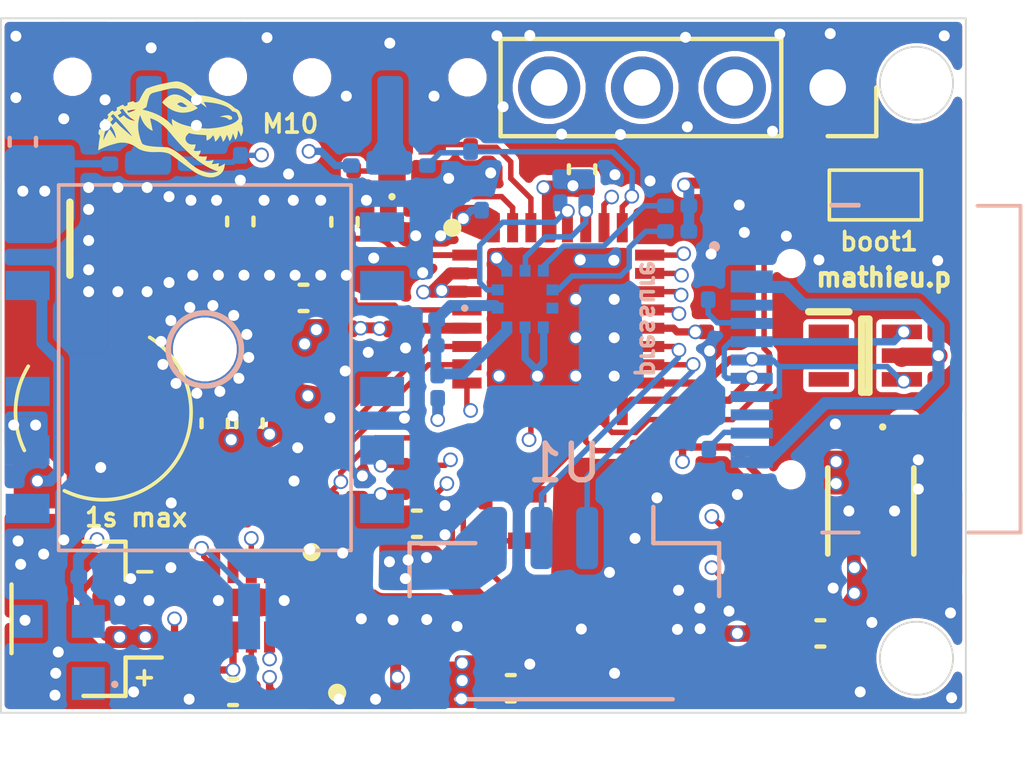
<source format=kicad_pcb>
(kicad_pcb (version 20241229) (generator "pcbnew") (generator_version "9.0")
  (layers (0 "F.Cu" signal) (4 "In1.Cu" signal) (6 "In2.Cu" signal) (8 "In3.Cu" signal) (10 "In4.Cu" signal) (2 "B.Cu" signal) (13 "F.Paste" user) (15 "B.Paste" user) (5 "F.SilkS" user "F.Silkscreen") (7 "B.SilkS" user "B.Silkscreen") (1 "F.Mask" user) (3 "B.Mask" user) (25 "Edge.Cuts" user))
  (net 0 "")
  (net 1 "Net-(BT1-+)")
  (net 2 "BOOT1")
  (net 3 "GND")
  (net 4 "+3.3V")
  (net 5 "vusb")
  (net 6 "Net-(C3-Pad2)")
  (net 7 "B2")
  (net 8 "B1")
  (net 9 "FSPIHD")
  (net 10 "FSPIWP")
  (net 11 "Net-(D1-A)")
  (net 12 "Net-(D1-K)")
  (net 13 "OLED_SCL")
  (net 14 "OLED_SDA")
  (net 15 "Net-(J4-CC2)")
  (net 16 "Net-(J4-CC1)")
  (net 17 "FSPICS2")
  (net 18 "Net-(PA1010D1-RX)")
  (net 22 "Net-(PA1010D1-TX)")
  (net 25 "Net-(U2-PROG)")
  (net 26 "GPSRX")
  (net 27 "GPSTX")
  (net 28 "BAT+")
  (net 29 "FSPID")
  (net 30 "D+")
  (net 31 "D-")
  (net 32 "FSPIQ")
  (net 33 "Net-(IC4-TMR)")
  (net 34 "Net-(U5-VDD)")
  (net 36 "Net-(U5-SDO)")
  (net 37 "Net-(U5-CSB)")
  (net 38 "Net-(S1-NO)")
  (net 39 "Net-(S2-NO)")
  (net 42 "FSPICLK")
  (net 43 "LED_PWM")
  (net 45 "BOOT0")
  (net 46 "EN")
  (net 47 "unconnected-(U5-INT-Pad7)")
  (net 48 "Net-(Y1-CRYSTAL__1)")
  (net 49 "HSE_IN")
  (net 50 "VBAT_ADC")
  (net 51 "CHIP_PU")
  (net 52 "Net-(IC1-VDDA3P3_1)")
  (net 53 "Net-(C27-Pad1)")
  (net 54 "Net-(IC1-ANT)")
  (net 55 "HSE_OUT")
  (net 56 "Net-(IC1-MTCK)")
  (net 57 "KILL")
  (net 58 "INT")
  (net 59 "Net-(IC4-ON)")
  (net 60 "Net-(IC4-~{PB})")
  (net 62 "GPIO_SUP_1")
  (net 63 "GPIO_SUP_2")
  (footprint "Resistor_SMD:R_0201_0603Metric" (layer "F.Cu") (at 148.39 108.82)
    (property "Reference" "R4" (hide yes))
    (property "Value" "1R" (hide yes))
  )
  (footprint "Capacitor_SMD:C_0201_0603Metric" (layer "F.Cu") (at 141.6 109.35)
    (property "Reference" "C11" (hide yes))
    (property "Value" "100n" (hide yes))
  )
  (footprint "Resistor_SMD:R_0201_0603Metric" (layer "F.Cu") (at 136.87 96.3 180)
    (property "Reference" "R21" (hide yes))
    (property "Value" "20R" (hide yes))
  )
  (footprint "Capacitor_SMD:C_0201_0603Metric" (layer "F.Cu") (at 134.15 102.2)
    (property "Reference" "C21" (hide yes))
    (property "Value" "100n" (hide yes))
  )
  (footprint "Capacitor_SMD:C_0402_1005Metric" (layer "F.Cu") (at 134.23 98.72 180)
    (property "Reference" "C20" (hide yes))
    (property "Value" "1u" (hide yes))
  )
  (footprint "samacsys:SON50P200X300X80-11N-D" (layer "F.Cu") (at 132.8 107.05 -90)
    (property "Reference" "IC4" (hide yes))
    (property "Value" "LTC2955CDDB-1#TRMPBF" (hide yes))
  )
  (footprint "Resistor_SMD:R_0201_0603Metric" (layer "F.Cu") (at 132.9 104 90)
    (property "Reference" "R17" (hide yes))
    (property "Value" "50k" (hide yes))
  )
  (footprint "Capacitor_SMD:C_0201_0603Metric" (layer "F.Cu") (at 136.61 99.89 -90)
    (property "Reference" "C25" (hide yes))
    (property "Value" "100n" (hide yes))
  )
  (footprint "Capacitor_SMD:C_0201_0603Metric" (layer "F.Cu") (at 145.55 99.65)
    (property "Reference" "C22" (hide yes))
    (property "Value" "100n" (hide yes))
  )
  (footprint "Connector_PinSocket_2.54mm:PinSocket_1x04_P2.54mm_Vertical" (layer "F.Cu") (at 148.57 92.965 -90)
    (property "Reference" "J3" (hide yes))
    (property "Value" "OLED" (hide yes))
  )
  (footprint "Capacitor_SMD:C_0402_1005Metric" (layer "F.Cu") (at 132.5 96.63 90)
    (property "Reference" "C27" (hide yes))
    (property "Value" "TBD" (hide yes))
  )
  (footprint "ltc4065:DFN-6_DC_LIT" (layer "F.Cu") (at 149.750001 104.549999 -90)
    (property "Reference" "U2" (hide yes))
    (property "Value" "LTC4065AEDC" (hide yes))
  )
  (footprint "Resistor_SMD:R_0201_0603Metric" (layer "F.Cu") (at 143.7 102.8 180)
    (property "Reference" "R28" (hide yes))
    (property "Value" "10k" (hide yes))
  )
  (footprint "Capacitor_SMD:C_0402_1005Metric" (layer "F.Cu") (at 148.37 107.9 180)
    (property "Reference" "C3" (hide yes))
    (property "Value" "1u" (hide yes))
  )
  (footprint "Capacitor_SMD:C_0402_1005Metric" (layer "F.Cu") (at 131.8 102.15 90)
    (property "Reference" "C17" (hide yes))
    (property "Value" "10u" (hide yes))
  )
  (footprint "Resistor_SMD:R_0201_0603Metric" (layer "F.Cu") (at 130.5 109.32 90)
    (property "Reference" "R6" (hide yes))
    (property "Value" "470k" (hide yes))
  )
  (footprint "Resistor_SMD:R_0201_0603Metric" (layer "F.Cu") (at 146.8 95.9 -90)
    (property "Reference" "R16" (hide yes))
    (property "Value" "10k" (hide yes))
  )
  (footprint "MS414:MS421R-IV03E" (layer "F.Cu") (at 129.85 99.44 180)
    (property "Reference" "BT1" (hide yes))
    (property "Value" "ML414S" (hide yes))
  )
  (footprint "Resistor_SMD:R_0201_0603Metric" (layer "F.Cu") (at 135.3 104.9)
    (property "Reference" "R32" (hide yes))
    (property "Value" "20k" (hide yes))
  )
  (footprint "samacsys:636101111001" (layer "F.Cu") (at 129.1375 97.1 90)
    (property "Reference" "J2" (hide yes))
    (property "Value" "636101111001" (hide yes))
  )
  (footprint "stormtrooper:rex" (layer "F.Cu") (at 130.58 94.09)
    (property "Reference" "G***" (hide yes))
    (property "Value" "LOGO" (hide yes))
  )
  (footprint "Capacitor_SMD:C_0402_1005Metric" (layer "F.Cu") (at 135.35 96.64 90)
    (property "Reference" "C28" (hide yes))
    (property "Value" "TBD" (hide yes))
  )
  (footprint "Capacitor_SMD:C_0201_0603Metric" (layer "F.Cu") (at 135 100.3)
    (property "Reference" "C26" (hide yes))
    (property "Value" "100n" (hide yes))
  )
  (footprint "Resistor_SMD:R_0201_0603Metric" (layer "F.Cu") (at 137.25 103.3 180)
    (property "Reference" "R12" (hide yes))
    (property "Value" "470R" (hide yes))
  )
  (footprint "Resistor_SMD:R_0201_0603Metric" (layer "F.Cu") (at 139.2 104.6 90)
    (property "Reference" "R26" (hide yes))
    (property "Value" "20R" (hide yes))
  )
  (footprint "Capacitor_SMD:C_0201_0603Metric" (layer "F.Cu") (at 138.8 94.9 -90)
    (property "Reference" "C8" (hide yes))
    (property "Value" "15p" (hide yes))
  )
  (footprint "Capacitor_SMD:C_0201_0603Metric" (layer "F.Cu") (at 133.65 104 -90)
    (property "Reference" "C24" (hide yes))
    (property "Value" "10n" (hide yes))
  )
  (footprint "Resistor_SMD:R_0201_0603Metric" (layer "F.Cu") (at 135.3 104.2)
    (property "Reference" "R31" (hide yes))
    (property "Value" "20k" (hide yes))
  )
  (footprint "KXT3:SW_KXT3" (layer "F.Cu") (at 151.775 95.175 180)
    (property "Reference" "SW4" (hide yes))
    (property "Value" "boot" (hide yes))
  )
  (footprint "Resistor_SMD:R_0201_0603Metric" (layer "F.Cu") (at 133.9 109.4 -90)
    (property "Reference" "R30" (hide yes))
    (property "Value" "20k" (hide yes))
  )
  (footprint "samacsys:SOT65P210X110-6N" (layer "F.Cu") (at 149.6 100.3)
    (property "Reference" "D6" (hide yes))
    (property "Value" "82400274" (hide yes))
  )
  (footprint "Resistor_SMD:R_0201_0603Metric" (layer "F.Cu") (at 147.2 104.88 90)
    (property "Reference" "R13" (hide yes))
    (property "Value" "10k" (hide yes))
  )
  (footprint "Resistor_SMD:R_0201_0603Metric" (layer "F.Cu") (at 137.23 104.05)
    (property "Reference" "R11" (hide yes))
    (property "Value" "470R" (hide yes))
  )
  (footprint "Resistor_SMD:R_0201_0603Metric" (layer "F.Cu") (at 151.5 105.25 -90)
    (property "Reference" "R3" (hide yes))
    (property "Value" "20k" (hide yes))
  )
  (footprint "Capacitor_SMD:C_0402_1005Metric" (layer "F.Cu") (at 137.33 104.9)
    (property "Reference" "C5" (hide yes))
    (property "Value" "1u" (hide yes))
  )
  (footprint "w25q128:SON127P600X500X80-9N-D" (layer "F.Cu") (at 143.2 106 180)
    (property "Reference" "IC2" (hide yes))
    (property "Value" "W25Q128JVPIQ_TR" (hide yes))
  )
  (footprint "Resistor_SMD:R_0201_0603Metric" (layer "F.Cu") (at 135.51 99.245 90)
    (property "Reference" "R25" (hide yes))
    (property "Value" "20R" (hide yes))
  )
  (footprint "Inductor_SMD:L_0402_1005Metric" (layer "F.Cu") (at 133.8 100.9 90)
    (property "Reference" "L1" (hide yes))
    (property "Value" "2nH" (hide yes))
  )
  (footprint "LED_SMD:LED_0402_1005Metric" (layer "F.Cu") (at 151.165 102.25)
    (property "Reference" "D1" (hide yes))
    (property "Value" "~" (hide yes))
  )
  (footprint "Resistor_SMD:R_0201_0603Metric" (layer "F.Cu") (at 134.6 109.4 90)
    (property "Reference" "R29" (hide yes))
    (property "Value" "20k" (hide yes))
  )
  (footprint "Capacitor_SMD:C_0201_0603Metric" (layer "F.Cu") (at 141 95.45 90)
    (property "Reference" "C15" (hide yes))
    (property "Value" "10n" (hide yes))
  )
  (footprint "ldo40pury:SON95P300X300X90-7N-D" (layer "F.Cu") (at 136.75 107.65 90)
    (property "Reference" "IC3" (hide yes))
    (property "Value" "LDO40LPU33RY" (hide yes))
  )
  (footprint "samacsys:LFXTAL069527REEL" (layer "F.Cu") (at 137.2 94.9)
    (property "Reference" "Y1" (hide yes))
    (property "Value" "LFXTAL069527REEL" (hide yes))
  )
  (footprint "Capacitor_SMD:C_0201_0603Metric" (layer "F.Cu") (at 135.6 94.9 -90)
    (property "Reference" "C2" (hide yes))
    (property "Value" "15p" (hide yes))
  )
  (footprint "Capacitor_SMD:C_0201_0603Metric" (layer "F.Cu") (at 132.2 104 -90)
    (property "Reference" "C13" (hide yes))
    (property "Value" "100n" (hide yes))
  )
  (footprint "Capacitor_SMD:C_0402_1005Metric" (layer "F.Cu") (at 132.3 109.5 180)
    (property "Reference" "C23" (hide yes))
    (property "Value" "1u" (hide yes))
  )
  (footprint "Inductor_SMD:L_0402_1005Metric" (layer "F.Cu") (at 133.915 97.11)
    (property "Reference" "L2" (hide yes))
    (property "Value" "TBD" (hide yes))
  )
  (footprint "Resistor_SMD:R_0201_0603Metric" (layer "F.Cu") (at 151.9 103.85 90)
    (property "Reference" "R5" (hide yes))
    (property "Value" "510R" (hide yes))
  )
  (footprint "Capacitor_SMD:C_0402_1005Metric" (layer "F.Cu") (at 139.9 109.4)
    (property "Reference" "C4" (hide yes))
    (property "Value" "1u" (hide yes))
  )
  (footprint "Connector_JST:JST_SH_BM02B-SRSS-TB_1x02-1MP_P1.00mm_Vertical" (layer "F.Cu") (at 128.25 107.5 90)
    (property "Reference" "U3" (hide yes))
    (property "Value" "~")
  )
  (footprint "samacsys:QFN50P500X500X90-33N" (layer "F.Cu") (at 141.2 99.3)
    (property "Reference" "IC1" (hide yes))
    (property "Value" "ESP32-C6FH4" (hide yes))
  )
  (footprint "Resistor_SMD:R_0201_0603Metric" (layer "F.Cu") (at 131.5 104 -90)
    (property "Reference" "R18" (hide yes))
    (property "Value" "50k" (hide yes))
  )
  (footprint "Capacitor_SMD:C_0201_0603Metric" (layer "F.Cu") (at 147.5 95.9 -90)
    (property "Reference" "C18" (hide yes))
    (property "Value" "10n" (hide yes))
  )
  (footprint "Capacitor_SMD:C_0402_1005Metric" (layer "F.Cu") (at 141.85 95.2 90)
    (property "Reference" "C16" (hide yes))
    (property "Value" "1u" (hide yes))
  )
  (footprint "Capacitor_SMD:C_0402_1005Metric" (layer "F.Cu") (at 132.75 102.15 90)
    (property "Reference" "C12" (hide yes))
    (property "Value" "1u" (hide yes))
  )
  (footprint "Capacitor_SMD:C_0201_0603Metric" (layer "B.Cu") (at 137.54 100.02 180)
    (property "Reference" "C14" (hide yes))
    (property "Value" "100n" (hide yes))
  )
  (footprint "BMP581:BMP581" (layer "B.Cu") (at 140.29 98.75)
    (property "Reference" "U5" (hide yes))
    (property "Value" "BMP581" (hide yes))
  )
  (footprint "Capacitor_SMD:C_0201_0603Metric" (layer "B.Cu") (at 127.76 106.35 180)
    (property "Reference" "C29" (hide yes))
    (property "Value" "100n" (hide yes))
  )
  (footprint "Resistor_SMD:R_0201_0603Metric" (layer "B.Cu") (at 135.855 95.1)
    (property "Reference" "R8" (hide yes))
    (property "Value" "10k" (hide yes))
  )
  (footprint "Resistor_SMD:R_0201_0603Metric" (layer "B.Cu") (at 141.25 95.8 -90)
    (property "Reference" "R20" (hide yes))
    (property "Value" "2.2k" (hide yes))
  )
  (footprint "Resistor_SMD:R_0201_0603Metric" (layer "B.Cu") (at 137.9 101.15 90)
    (property "Reference" "R19" (hide yes))
    (property "Value" "10R" (hide yes))
  )
  (footprint "Capacitor_SMD:C_0201_0603Metric" (layer "B.Cu") (at 139.1 96 90)
    (property "Reference" "C30" (hide yes))
    (property "Value" "10n" (hide yes))
  )
  (footprint "Capacitor_SMD:C_0402_1005Metric" (layer "B.Cu") (at 126.55 94.45 90)
    (property "Reference" "C10" (hide yes))
    (property "Value" "1u" (hide yes))
  )
  (footprint "Resistor_SMD:R_0201_0603Metric" (layer "B.Cu") (at 137.295 95.1)
    (property "Reference" "R9" (hide yes))
    (property "Value" "10k" (hide yes))
  )
  (footprint "samacsys:PTS845VM20PSMTR4LFS" (layer "B.Cu") (at 130.035 92.745)
    (property "Reference" "S1" (hide yes))
    (property "Value" "PTS845VM20PSMTR4_LFS" (hide yes))
  )
  (footprint "Resistor_SMD:R_0201_0603Metric" (layer "B.Cu") (at 130.7 95.05)
    (property "Reference" "R10" (hide yes))
    (property "Value" "10k" (hide yes))
  )
  (footprint "Capacitor_SMD:C_0201_0603Metric" (layer "B.Cu") (at 138.8 94.4 90)
    (property "Reference" "C6" (hide yes))
    (property "Value" "10n" (hide yes))
  )
  (footprint "Resistor_SMD:R_0201_0603Metric" (layer "B.Cu") (at 129.25 95.05)
    (property "Reference" "R7" (hide yes))
    (property "Value" "10k" (hide yes))
  )
  (footprint "Resistor_SMD:R_0201_0603Metric" (layer "B.Cu") (at 141.95 95.8 90)
    (property "Reference" "R23" (hide yes))
    (property "Value" "2.2k" (hide yes))
  )
  (footprint "samacsys:USB4110GFA" (layer "B.Cu") (at 150.17 100.67 -90)
    (property "Reference" "J4" (hide yes))
    (property "Value" "USB_C_Receptacle_USB2.0_14P" (hide yes))
  )
  (footprint "Resistor_SMD:R_0201_0603Metric" (layer "B.Cu") (at 145.32 103.18 -90)
    (property "Reference" "R15" (hide yes))
    (property "Value" "5.1k" (hide yes))
  )
  (footprint "Capacitor_SMD:C_0201_0603Metric" (layer "B.Cu") (at 137.55 99.31 180)
    (property "Reference" "C19" (hide yes))
    (property "Value" "100n" (hide yes))
  )
  (footprint "Resistor_SMD:R_0201_0603Metric" (layer "B.Cu") (at 144.45 96.2)
    (property "Reference" "R22" (hide yes))
    (property "Value" "10k" (hide yes))
  )
  (footprint "Resistor_SMD:R_0201_0603Metric" (layer "B.Cu") (at 145.3 98.45 90)
    (property "Reference" "R14" (hide yes))
    (property "Value" "5.1k" (hide yes))
  )
  (footprint "Connector_JST:JST_GH_SM04B-GHS-TB_1x04-1MP_P1.25mm_Horizontal" (layer "B.Cu") (at 141.365 107.14 180)
    (property "Reference" "U1")
    (property "Value" "~")
  )
  (footprint "Resistor_SMD:R_0201_0603Metric" (layer "B.Cu") (at 144.45 96.9 180)
    (property "Reference" "R24" (hide yes))
    (property "Value" "10k" (hide yes))
  )
  (footprint "samacsys:PTS845VM20PSMTR4LFS" (layer "B.Cu") (at 136.59 92.76)
    (property "Reference" "S2" (hide yes))
    (property "Value" "PTS845VM20PSMTR4_LFS" (hide yes))
  )
  (footprint "Capacitor_SMD:C_0201_0603Metric" (layer "B.Cu") (at 132.5 94.5 90)
    (property "Reference" "C7" (hide yes))
    (property "Value" "10n" (hide yes))
  )
  (footprint "PA1010D:PA1010D" (layer "B.Cu") (at 136.53 105.63 180)
    (property "Reference" "PA1010D1" (hide yes))
    (property "Value" "PA1010D" (hide yes))
  )
  (footprint "samacsys:5871024147F" (layer "B.Cu") (at 127.49 108.42 -90)
    (property "Reference" "LED1" (hide yes))
    (property "Value" "587-1024-147F" (hide yes))
  )
  (footprint "samacsys:PTS845VM20PSMTR4LFS" (layer "B.Cu") (at 132.74 108.26 180)
    (property "Reference" "S3" (hide yes))
    (property "Value" "PTS845VM20PSMTR4_LFS" (hide yes))
  )
  (gr_circle (center 151 108.58) (end 152 108.58) (stroke (width 0.05)) (fill no) (layer "Edge.Cuts"))
  (gr_circle (center 151 92.85) (end 152 92.85) (stroke (width 0.05)) (fill no) (layer "Edge.Cuts"))
  (gr_rect (start 125.95 91.07) (end 152.35 110.07) (stroke (width 0.05)) (fill no) (layer "Edge.Cuts"))
  (gr_text "mathieu.p" (at 148.19 98.45 0) (layer "F.SilkS") (effects (font (size 0.5 0.5) (thickness 0.125) (bold yes)) (justify left bottom)))
  (gr_text "-" (at 129.51 106.47 0) (layer "F.SilkS") (effects (font (size 0.5 0.5) (thickness 0.1)) (justify left bottom)))
  (gr_text "+" (at 129.5 109.37 0) (layer "F.SilkS") (effects (font (size 0.5 0.5) (thickness 0.1)) (justify left bottom)))
  (gr_text "1s max" (at 128.19 105.02 0) (layer "F.SilkS") (effects (font (size 0.5 0.5) (thickness 0.1)) (justify left bottom)))
  (gr_text "M10" (at 133.04 94.25 0) (layer "F.SilkS") (effects (font (size 0.5 0.5) (thickness 0.1)) (justify left bottom)))
  (gr_text "boot1" (at 148.85 97.47 0) (layer "F.SilkS") (effects (font (size 0.5 0.5) (thickness 0.1)) (justify left bottom)))
  (gr_text "pressure\n" (at 143.4 100.95 270) (layer "B.SilkS") (effects (font (size 0.5 0.5) (thickness 0.1)) (justify left bottom mirror)))
  (via (at 126.95 103.73) (size 0.4) (drill 0.3) (layers "F.Cu" "B.Cu") (net 1))
  (segment (start 127.53 103.49) (end 127.53 100.42) (width 0.3) (layer "B.Cu") (net 1))
  (segment (start 127.07 99.96) (end 127.07 98.77) (width 0.3) (layer "B.Cu") (net 1))
  (segment (start 127.53 100.42) (end 127.07 99.96) (width 0.3) (layer "B.Cu") (net 1))
  (segment (start 127.29 103.73) (end 127.53 103.49) (width 0.3) (layer "B.Cu") (net 1))
  (segment (start 127.07 98.77) (end 126.68 98.38) (width 0.3) (layer "B.Cu") (net 1))
  (segment (start 126.95 103.73) (end 127.29 103.73) (width 0.3) (layer "B.Cu") (net 1))
  (segment (start 145.97 102.05) (end 146.97 101.05) (width 0.15) (layer "F.Cu") (net 2))
  (segment (start 143.32 102.4) (end 143.67 102.05) (width 0.15) (layer "F.Cu") (net 2))
  (segment (start 146.97 100.24) (end 146.83 100.1) (width 0.15) (layer "F.Cu") (net 2))
  (segment (start 142.45 101.8) (end 142.45 102.18) (width 0.15) (layer "F.Cu") (net 2))
  (segment (start 143.67 102.05) (end 145.97 102.05) (width 0.15) (layer "F.Cu") (net 2))
  (segment (start 142.67 102.4) (end 143.32 102.4) (width 0.15) (layer "F.Cu") (net 2))
  (segment (start 146.83 100.1) (end 146.83 96.22) (width 0.15) (layer "F.Cu") (net 2))
  (segment (start 142.45 102.18) (end 142.67 102.4) (width 0.15) (layer "F.Cu") (net 2))
  (segment (start 146.83 96.22) (end 147.54 96.22) (width 0.15) (layer "F.Cu") (net 2))
  (segment (start 147.55 96.23) (end 147.88 95.9) (width 0.15) (layer "F.Cu") (net 2))
  (segment (start 147.88 95.9) (end 148.3 95.9) (width 0.15) (layer "F.Cu") (net 2))
  (segment (start 147.54 96.22) (end 147.55 96.23) (width 0.15) (layer "F.Cu") (net 2))
  (segment (start 146.97 101.05) (end 146.97 100.24) (width 0.15) (layer "F.Cu") (net 2))
  (via (at 135.4 98.1) (size 0.4) (drill 0.3) (layers "F.Cu" "B.Cu") (net 3))
  (via (at 131.31084 101.330404) (size 0.4) (drill 0.3) (layers "F.Cu" "B.Cu") (net 3))
  (via (at 138.43 107.71) (size 0.4) (drill 0.3) (layers "F.Cu" "B.Cu") (net 3))
  (via (at 137.8 93.2) (size 0.4) (drill 0.3) (layers "F.Cu" "B.Cu") (net 3))
  (via (at 146.15 96.18) (size 0.4) (drill 0.3) (layers "F.Cu" "B.Cu") (net 3))
  (via (at 130.06 91.88) (size 0.4) (drill 0.3) (layers "F.Cu" "B.Cu") (net 3))
  (via (at 130.55 95.95) (size 0.4) (drill 0.3) (layers "F.Cu" "B.Cu") (net 3))
  (via (at 128.8 93.3) (size 0.4) (drill 0.3) (layers "F.Cu" "B.Cu") (net 3))
  (via (at 141.83 107.78) (size 0.4) (drill 0.3) (layers "F.Cu" "B.Cu") (net 3))
  (via (at 129.95 98.55) (size 0.4) (drill 0.3) (layers "F.Cu" "B.Cu") (net 3))
  (via (at 143.9 104.19) (size 0.4) (drill 0.3) (layers "F.Cu" "B.Cu") (net 3))
  (via (at 129.95 95.7) (size 0.4) (drill 0.3) (layers "F.Cu" "B.Cu") (net 3))
  (via (at 129.15 95.7) (size 0.4) (drill 0.3) (layers "F.Cu" "B.Cu") (net 3))
  (via (at 136.2 109.7) (size 0.4) (drill 0.3) (layers "F.Cu" "B.Cu") (net 3))
  (via (at 134.4 105.6) (size 0.4) (drill 0.3) (layers "F.Cu" "B.Cu") (net 3))
  (via (at 137.3 97.02) (size 0.4) (drill 0.3) (layers "F.Cu" "B.Cu") (net 3))
  (via (at 147.06 94.16) (size 0.4) (drill 0.3) (layers "F.Cu" "B.Cu") (net 3))
  (via (at 128.35 97.95) (size 0.4) (drill 0.3) (layers "F.Cu" "B.Cu") (net 3))
  (via (at 131.1 109.7) (size 0.4) (drill 0.3) (layers "F.Cu" "B.Cu") (net 3))
  (via (at 135.3 105.7) (size 0.4) (drill 0.3) (layers "F.Cu" "B.Cu") (net 3))
  (via (at 126.42 105.37) (size 0.4) (drill 0.3) (layers "F.Cu" "B.Cu") (net 3))
  (via (at 138.2 95.45) (size 0.4) (drill 0.3) (layers "F.Cu" "B.Cu") (net 3))
  (via (at 126.9 102.2) (size 0.4) (drill 0.3) (layers "F.Cu" "B.Cu") (net 3))
  (via (at 139.35 95.3) (size 0.4) (drill 0.3) (layers "F.Cu" "B.Cu") (net 3))
  (via (at 145.07 107.21) (size 0.4) (drill 0.3) (layers "F.Cu" "B.Cu") (net 3))
  (via (at 127.67 93.82) (size 0.4) (drill 0.3) (layers "F.Cu" "B.Cu") (net 3))
  (via (at 136.68 107.53) (size 0.4) (drill 0.3) (layers "F.Cu" "B.Cu") (net 3))
  (via (at 151.58 97.7) (size 0.4) (drill 0.3) (layers "F.Cu" "B.Cu") (net 3))
  (via (at 131.3 93.3) (size 0.4) (drill 0.3) (layers "F.Cu" "B.Cu") (net 3))
  (via (at 133.95 96.05) (size 0.4) (drill 0.3) (layers "F.Cu" "B.Cu") (net 3))
  (via (at 131.85 96.05) (size 0.4) (drill 0.3) (layers "F.Cu" "B.Cu") (net 3))
  (via (at 130.6 106.1) (size 0.4) (drill 0.3) (layers "F.Cu" "B.Cu") (net 3))
  (via (at 145.38 97.52) (size 0.4) (drill 0.3) (layers "F.Cu" "B.Cu") (net 3))
  (via (at 138.1 104.4) (size 0.4) (drill 0.3) (layers "F.Cu" "B.Cu") (net 3))
  (via (at 134 98.1) (size 0.4) (drill 0.3) (layers "F.Cu" "B.Cu") (net 3))
  (via (at 142.9 94.25) (size 0.4) (drill 0.3) (layers "F.Cu" "B.Cu") (net 3))
  (via (at 146.29 96.93) (size 0.4) (drill 0.3) (layers "F.Cu" "B.Cu") (net 3))
  (via (at 133.3 98.1) (size 0.4) (drill 0.3) (layers "F.Cu" "B.Cu") (net 3))
  (via (at 141.68 99.81) (size 0.4) (drill 0.3) (layers "F.Cu" "B.Cu") (net 3))
  (via (at 131.2 98.1) (size 0.4) (drill 0.3) (layers "F.Cu" "B.Cu") (net 3))
  (via (at 130.55 98.3) (size 0.4) (drill 0.3) (layers "F.Cu" "B.Cu") (net 3))
  (via (at 135.81 107.5) (size 0.4) (drill 0.3) (layers "F.Cu" "B.Cu") (net 3))
  (via (at 131.940404 101.27916) (size 0.4) (drill 0.3) (layers "F.Cu" "B.Cu") (net 3))
  (via (at 148.72 106.66) (size 0.4) (drill 0.3) (layers "F.Cu" "B.Cu") (net 3))
  (via (at 130.6 99.34) (size 0.4) (drill 0.3) (layers "F.Cu" "B.Cu") (net 3))
  (via (at 136.15 97.63) (size 0.4) (drill 0.3) (layers "F.Cu" "B.Cu") (net 3))
  (via (at 127.52 108.41) (size 0.4) (drill 0.3) (layers "F.Cu" "B.Cu") (net 3))
  (via (at 135.2 109.7) (size 0.4) (drill 0.3) (layers "F.Cu" "B.Cu") (net 3))
  (via (at 144.49 106.72) (size 0.4) (drill 0.3) (layers "F.Cu" "B.Cu") (net 3))
  (via (at 132.32 99.2) (size 0.4) (drill 0.3) (layers "F.Cu" "B.Cu") (net 3))
  (via (at 126.36 93.24) (size 0.4) (drill 0.3) (layers "F.Cu" "B.Cu") (net 3))
  (via (at 128.35 96.3) (size 0.4) (drill 0.3) (layers "F.Cu" "B.Cu") (net 3))
  (via (at 132.46 100.92) (size 0.4) (drill 0.3) (layers "F.Cu" "B.Cu") (net 3))
  (via (at 141.29 94.24) (size 0.4) (drill 0.3) (layers "F.Cu" "B.Cu") (net 3))
  (via (at 142.74 108.99) (size 0.4) (drill 0.3) (layers "F.Cu" "B.Cu") (net 3))
  (via (at 148.64 91.49) (size 0.4) (drill 0.3) (layers "F.Cu" "B.Cu") (net 3))
  (via (at 142.72 97.69) (size 0.4) (drill 0.3) (layers "F.Cu" "B.Cu") (net 3))
  (via (at 129.58 109.5) (size 0.4) (drill 0.3) (layers "F.Cu" "B.Cu") (net 3))
  (via (at 127.45 108.99) (size 0.4) (drill 0.3) (layers "F.Cu" "B.Cu") (net 3))
  (via (at 133.15 96.05) (size 0.4) (drill 0.3) (layers "F.Cu" "B.Cu") (net 3))
  (via (at 131.9 107) (size 0.4) (drill 0.3) (layers "F.Cu" "B.Cu") (net 3))
  (via (at 144.68 91.59) (size 0.4) (drill 0.3) (layers "F.Cu" "B.Cu") (net 3))
  (via (at 131.119596 98.98084) (size 0.4) (drill 0.3) (layers "F.Cu" "B.Cu") (net 3))
  (via (at 128.35 97.15) (size 0.4) (drill 0.3) (layers "F.Cu" "B.Cu") (net 3))
  (via (at 148.33 97.68) (size 0.4) (drill 0.3) (layers "F.Cu" "B.Cu") (net 3))
  (via (at 140.63 100.86) (size 0.4) (drill 0.3) (layers "F.Cu" "B.Cu") (net 3))
  (via (at 128.68 103.36) (size 0.4) (drill 0.3) (layers "F.Cu" "B.Cu") (net 3))
  (via (at 129.15 98.55) (size 0.4) (drill 0.3) (layers "F.Cu" "B.Cu") (net 3))
  (via (at 129.5 106.4) (size 0.4) (drill 0.3) (layers "F.Cu" "B.Cu") (net 3))
  (via (at 136.99 102.01) (size 0.4) (drill 0.3) (layers "F.Cu" "B.Cu") (net 3))
  (via (at 126.3 102.2) (size 0.4) (drill 0.3) (layers "F.Cu" "B.Cu") (net 3))
  (via (at 143.71 95.52) (size 0.4) (drill 0.3) (layers "F.Cu" "B.Cu") (net 3))
  (via (at 142.75 95.35) (size 0.4) (drill 0.3) (layers "F.Cu" "B.Cu") (net 3))
  (via (at 139.51 97.63) (size 0.4) (drill 0.3) (layers "F.Cu" "B.Cu") (net 3))
  (via (at 141.68 100.86) (size 0.4) (drill 0.3) (layers "F.Cu" "B.Cu") (net 3))
  (via (at 151.05 103.95) (size 0.4) (drill 0.3) (layers "F.Cu" "B.Cu") (net 3))
  (via (at 126.36 91.56) (size 0.4) (drill 0.3) (layers "F.Cu" "B.Cu") (net 3))
  (via (at 133.82 95.33) (size 0.4) (drill 0.3) (layers "F.Cu" "B.Cu") (net 3))
  (via (at 143.3 105.3) (size 0.4) (drill 0.3) (layers "F.Cu" "B.Cu") (net 3))
  (via (at 145.08 107.77) (size 0.4) (drill 0.3) (layers "F.Cu" "B.Cu") (net 3))
  (via (at 139.58 100.86) (size 0.4) (drill 0.3) (layers "F.Cu" "B.Cu") (net 3))
  (via (at 129.2 107) (size 0.4) (drill 0.3) (layers "F.Cu" "B.Cu") (net 3))
  (via (at 136.59 91.75) (size 0.4) (drill 0.3) (layers "F.Cu" "B.Cu") (net 3))
  (via (at 151.05 103.15) (size 0.4) (drill 0.3) (layers "F.Cu" "B.Cu") (net 3))
  (via (at 136 100.21) (size 0.4) (drill 0.3) (layers "F.Cu" "B.Cu") (net 3))
  (via (at 140.42 108.74) (size 0.4) (drill 0.3) (layers "F.Cu" "B.Cu") (net 3))
  (via (at 131.3 94) (size 0.4) (drill 0.3) (layers "F.Cu" "B.Cu") (net 3))
  (via (at 130.329596 99.91084) (size 0.4) (drill 0.3) (layers "F.Cu" "B.Cu") (net 3))
  (via (at 130 107) (size 0.4) (drill 0.3) (layers "F.Cu" "B.Cu") (net 3))
  (via (at 131.9 98.1) (size 0.4) (drill 0.3) (layers "F.Cu" "B.Cu") (net 3))
  (via (at 128.35 95.7) (size 0.4) (drill 0.3) (layers "F.Cu" "B.Cu") (net 3))
  (via (at 133.23 91.6) (size 0.4) (drill 0.3) (layers "F.Cu" "B.Cu") (net 3))
  (via (at 151.93 107.34) (size 0.4) (drill 0.3) (layers "F.Cu" "B.Cu") (net 3))
  (via (at 140.42 91.54) (size 0.4) (drill 0.3) (layers "F.Cu" "B.Cu") (net 3))
  (via (at 144.73 94.04) (size 0.4) (drill 0.3) (layers "F.Cu" "B.Cu") (net 3))
  (via (at 147.26 91.5) (size 0.4) (drill 0.3) (layers "F.Cu" "B.Cu") (net 3))
  (via (at 150.4 104.55) (size 0.4) (drill 0.3) (layers "F.Cu" "B.Cu") (net 3))
  (via (at 132.3 101.95) (size 0.4) (drill 0.3) (layers "F.Cu" "B.Cu") (net 3))
  (via (at 130.61 104.33) (size 0.4) (drill 0.3) (layers "F.Cu" "B.Cu") (net 3))
  (via (at 146.1 104.1) (size 0.4) (drill 0.3) (layers "F.Cu" "B.Cu") (net 3))
  (via (at 137.49 98.03) (size 0.4) (drill 0.3) (layers "F.Cu" "B.Cu") (net 3))
  (via (at 137.98 97.02) (size 0.4) (drill 0.3) (layers "F.Cu" "B.Cu") (net 3))
  (via (at 135.37 100.72) (size 0.4) (drill 0.3) (layers "F.Cu" "B.Cu") (net 3))
  (via (at 139.69 93.49) (size 0.4) (drill 0.3) (layers "F.Cu" "B.Cu") (net 3))
  (via (at 126.49 106.01) (size 0.4) (drill 0.3) (layers "F.Cu" "B.Cu") (net 3))
  (via (at 135.95 96.05) (size 0.4) (drill 0.3) (layers "F.Cu" "B.Cu") (net 3))
  (via (at 130.38084 100.540404) (size 0.4) (drill 0.3) (layers "F.Cu" "B.Cu") (net 3))
  (via (at 142.6 106.23) (size 0.4) (drill 0.3) (layers "F.Cu" "B.Cu") (net 3))
  (via (at 139.52 91.55) (size 0.4) (drill 0.3) (layers "F.Cu" "B.Cu") (net 3))
  (via (at 135.4 93.2) (size 0.4) (drill 0.3) (layers "F.Cu" "B.Cu") (net 3))
  (via (at 137.6 107.52) (size 0.4) (drill 0.3) (layers "F.Cu" "B.Cu") (net 3))
  (via (at 132.5 95.5) (size 0.4) (drill 0.3) (layers "F.Cu" "B.Cu") (net 3))
  (via (at 128.35 98.55) (size 0.4) (drill 0.3) (layers "F.Cu" "B.Cu") (net 3))
  (via (at 145.87 107.29) (size 0.4) (drill 0.3) (layers "F.Cu" "B.Cu") (net 3))
  (via (at 134.7 98.1) (size 0.4) (drill 0.3) (layers "F.Cu" "B.Cu") (net 3))
  (via (at 151.76 91.55) (size 0.4) (drill 0.3) (layers "F.Cu" "B.Cu") (net 3))
  (via (at 144.46 107.79) (size 0.4) (drill 0.3) (layers "F.Cu" "B.Cu") (net 3))
  (via (at 131.15 96.05) (size 0.4) (drill 0.3) (layers "F.Cu" "B.Cu") (net 3))
  (via (at 135.84 103.59) (size 0.4) (drill 0.3) (layers "F.Cu" "B.Cu") (net 3))
  (via (at 133.7 107) (size 0.4) (drill 0.3) (layers "F.Cu" "B.Cu") (net 3))
  (via (at 151.96 109.66) (size 0.4) (drill 0.3) (layers "F.Cu" "B.Cu") (net 3))
  (via (at 127.67 105.34) (size 0.4) (drill 0.3) (layers "F.Cu" "B.Cu") (net 3))
  (via (at 138.1 105.2) (size 0.4) (drill 0.3) (layers "F.Cu" "B.Cu") (net 3))
  (via (at 128.8 94) (size 0.4) (drill 0.3) (layers "F.Cu" "B.Cu") (net 3))
  (via (at 134.95 102) (size 0.4) (drill 0.3) (layers "F.Cu" "B.Cu") (net 3))
  (via (at 132.6 98.1) (size 0.4) (drill 0.3) (layers "F.Cu" "B.Cu") (net 3))
  (via (at 133.97 103.73) (size 0.4) (drill 0.3) (layers "F.Cu" "B.Cu") (net 3))
  (via (at 127.43 109.59) (size 0.4) (drill 0.3) (layers "F.Cu" "B.Cu") (net 3))
  (via (at 142.73 98.76) (size 0.4) (drill 0.3) (layers "F.Cu" "B.Cu") (net 3))
  (via (at 149.46 109.5) (size 0.4) (drill 0.3) (layers "F.Cu" "B.Cu") (net 3))
  (via (at 141.68 98.76) (size 0.4) (drill 0.3) (layers "F.Cu" "B.Cu") (net 3))
  (via (at 147.44 97.03) (size 0.4) (drill 0.3) (layers "F.Cu" "B.Cu") (net 3))
  (via (at 149.78 107.6) (size 0.4) (drill 0.3) (layers "F.Cu" "B.Cu") (net 3))
  (via (at 132.67916 99.719596) (size 0.4) (drill 0.3) (layers "F.Cu" "B.Cu") (net 3))
  (via (at 142.73 99.81) (size 0.4) (drill 0.3) (layers "F.Cu" "B.Cu") (net 3))
  (via (at 131.74916 98.929596) (size 0.4) (drill 0.3) (layers "F.Cu" "B.Cu") (net 3))
  (via (at 149.15 104.55) (size 0.4) (drill 0.3) (layers "F.Cu" "B.Cu") (net 3))
  (via (at 134.7 96.05) (size 0.4) (drill 0.3) (layers "F.Cu" "B.Cu") (net 3))
  (via (at 145.34 100.17) (size 0.4) (drill 0.3) (layers "F.Cu" "B.Cu") (net 3))
  (via (at 148.78 102.17) (size 0.4) (drill 0.3) (layers "F.Cu" "B.Cu") (net 3))
  (via (at 142.73 100.86) (size 0.4) (drill 0.3) (layers "F.Cu" "B.Cu") (net 3))
  (via (at 141.8 97.68) (size 0.4) (drill 0.3) (layers "F.Cu" "B.Cu") (net 3))
  (via (at 130.74 101.06) (size 0.4) (drill 0.3) (layers "F.Cu" "B.Cu") (net 3))
  (via (at 132.730404 100.34916) (size 0.4) (drill 0.3) (layers "F.Cu" "B.Cu") (net 3))
  (via (at 134.07 102.82) (size 0.4) (drill 0.3) (layers "F.Cu" "B.Cu") (net 3))
  (via (at 127.12 105.73) (size 0.4) (drill 0.3) (layers "F.Cu" "B.Cu") (net 3))
  (via (at 137.02 100.09) (size 0.4) (drill 0.3) (layers "F.Cu" "B.Cu") (net 3))
  (segment (start 140.29 100.37) (end 140.6 100.68) (width 0.2) (layer "B.Cu") (net 3))
  (segment (start 139.79 97.975) (end 139.79 97.91) (width 0.3) (layer "B.Cu") (net 3))
  (segment (start 140.8 99.535) (end 140.8 100.48) (width 0.2) (layer "B.Cu") (net 3))
  (segment (start 139.79 97.91) (end 139.51 97.63) (width 0.3) (layer "B.Cu") (net 3))
  (segment (start 140.79 99.525) (end 140.8 99.535) (width 0.2) (layer "B.Cu") (net 3))
  (segment (start 151.45 94.75) (end 151.02 95.18) (width 0.15) (layer "B.Cu") (net 3))
  (segment (start 140.8 100.48) (end 140.6 100.68) (width 0.2) (layer "B.Cu") (net 3))
  (segment (start 140.29 99.525) (end 140.29 100.37) (width 0.2) (layer "B.Cu") (net 3))
  (segment (start 140.6 101.65) (end 140.6 100.68) (width 0.2) (layer "B.Cu") (net 3))
  (segment (start 151.71 94.75) (end 151.45 94.75) (width 0.15) (layer "B.Cu") (net 3))
  (segment (start 144.45 99.65) (end 144.95 99.65) (width 0.2) (layer "F.Cu") (net 4))
  (segment (start 145.9 102.8) (end 144.6 102.8) (width 0.2) (layer "F.Cu") (net 4))
  (segment (start 144.95 99.65) (end 145.25 99.65) (width 0.2) (layer "F.Cu") (net 4))
  (segment (start 135.54 99.54) (end 135.52 99.56) (width 0.3) (layer "F.Cu") (net 4))
  (segment (start 144.68 95.58) (end 144.64 95.62) (width 0.3) (layer "F.Cu") (net 4))
  (segment (start 141.28 108.67) (end 140.5 107.89) (width 0.3) (layer "F.Cu") (net 4))
  (segment (start 136.3 99.54) (end 135.54 99.54) (width 0.3) (layer "F.Cu") (net 4))
  (segment (start 138.7 99.55) (end 136.31 99.55) (width 0.3) (layer "F.Cu") (net 4))
  (segment (start 144.35 99.55) (end 144.45 99.65) (width 0.2) (layer "F.Cu") (net 4))
  (segment (start 136.8 105) (end 136.9 104.9) (width 0.2) (layer "F.Cu") (net 4))
  (segment (start 140.5 107.89) (end 140.36 107.89) (width 0.3) (layer "F.Cu") (net 4))
  (segment (start 146.8 95.58) (end 144.68 95.58) (width 0.3) (layer "F.Cu") (net 4))
  (segment (start 143.7 99.55) (end 144.35 99.55) (width 0.2) (layer "F.Cu") (net 4))
  (segment (start 136.31 99.55) (end 136.3 99.54) (width 0.3) (layer "F.Cu") (net 4))
  (segment (start 147.2 104.1) (end 145.9 102.8) (width 0.2) (layer "F.Cu") (net 4))
  (segment (start 147.2 104.56) (end 147.2 104.1) (width 0.2) (layer "F.Cu") (net 4))
  (segment (start 144.6 102.8) (end 144 102.8) (width 0.2) (layer "F.Cu") (net 4))
  (segment (start 141.28 109.35) (end 141.28 108.67) (width 0.3) (layer "F.Cu") (net 4))
  (segment (start 144.6 102.8) (end 144.6 103.2) (width 0.2) (layer "F.Cu") (net 4))
  (via (at 137.09 105.89) (size 0.4) (drill 0.3) (layers "F.Cu" "B.Cu") (net 4))
  (via (at 136.58 105.94) (size 0.4) (drill 0.3) (layers "F.Cu" "B.Cu") (net 4))
  (via (at 135.79 99.55) (size 0.4) (drill 0.3) (layers "F.Cu" "B.Cu") (net 4))
  (via (at 144.95 99.65) (size 0.4) (drill 0.3) (layers "F.Cu" "B.Cu") (net 4))
  (via (at 144.65 95.63) (size 0.4) (drill 0.3) (layers "F.Cu" "B.Cu") (net 4))
  (via (at 137.9 102.05) (size 0.4) (drill 0.3) (layers "F.Cu" "B.Cu") (net 4))
  (via (at 128.58 105.33) (size 0.4) (drill 0.3) (layers "F.Cu" "B.Cu") (net 4))
  (via (at 134.35 101.4) (size 0.4) (drill 0.3) (layers "F.Cu" "B.Cu") (net 4))
  (via (at 140.8 95.7) (size 0.4) (drill 0.3) (layers "F.Cu" "B.Cu") (net 4))
  (via (at 138.6 96.55) (size 0.4) (drill 0.3) (layers "F.Cu" "B.Cu") (net 4))
  (via (at 132.25 102.6) (size 0.4) (drill 0.3) (layers "F.Cu" "B.Cu") (net 4))
  (via (at 126.55 95.8) (size 0.4) (drill 0.3) (layers "F.Cu" "B.Cu") (net 4))
  (via (at 136.31 99.56) (size 0.4) (drill 0.3) (layers "F.Cu" "B.Cu") (net 4))
  (via (at 133.3 102.45) (size 0.4) (drill 0.3) (layers "F.Cu" "B.Cu") (net 4))
  (via (at 134.38 94.71) (size 0.4) (drill 0.3) (layers "F.Cu" "B.Cu") (net 4))
  (via (at 141.6 95.65) (size 0.4) (drill 0.3) (layers "F.Cu" "B.Cu") (net 4))
  (via (at 144.6 103.2) (size 0.4) (drill 0.3) (layers "F.Cu" "B.Cu") (net 4))
  (via (at 137.015 106.4) (size 0.4) (drill 0.3) (layers "F.Cu" "B.Cu") (net 4))
  (via (at 127.15 95.8) (size 0.4) (drill 0.3) (layers "F.Cu" "B.Cu") (net 4))
  (via (at 137.595 105.825) (size 0.4) (drill 0.3) (layers "F.Cu" "B.Cu") (net 4))
  (segment (start 128.93 95.05) (end 127.35 95.05) (width 0.2) (layer "B.Cu") (net 4))
  (segment (start 138.83 96.32) (end 138.6 96.55) (width 0.2) (layer "B.Cu") (net 4))
  (segment (start 144.77 96.9) (end 144.77 95.76) (width 0.3) (layer "B.Cu") (net 4))
  (segment (start 127.15 95.25) (end 127.15 95.8) (width 0.2) (layer "B.Cu") (net 4))
  (segment (start 127.35 95.05) (end 127.15 95.25) (width 0.2) (layer "B.Cu") (net 4))
  (segment (start 144.77 95.76) (end 144.63 95.62) (width 0.3) (layer "B.Cu") (net 4))
  (segment (start 139.1 96.32) (end 138.83 96.32) (width 0.2) (layer "B.Cu") (net 4))
  (segment (start 135.1 95.1) (end 135.535 95.1) (width 0.2) (layer "B.Cu") (net 4))
  (segment (start 134.71 94.71) (end 135.1 95.1) (width 0.2) (layer "B.Cu") (net 4))
  (segment (start 128.34 107.57) (end 128.34 107.07) (width 0.3) (layer "B.Cu") (net 4))
  (segment (start 134.38 94.71) (end 134.71 94.71) (width 0.2) (layer "B.Cu") (net 4))
  (segment (start 128.34 107.07) (end 128.07 106.8) (width 0.3) (layer "B.Cu") (net 4))
  (segment (start 128.07 106.8) (end 128.07 105.83) (width 0.3) (layer "B.Cu") (net 4))
  (segment (start 137.9 101.47) (end 137.9 102.05) (width 0.3) (layer "B.Cu") (net 4))
  (segment (start 128.07 105.83) (end 128.58 105.32) (width 0.3) (layer "B.Cu") (net 4))
  (segment (start 133.3 109.4) (end 133.62 109.72) (width 0.2) (layer "F.Cu") (net 5))
  (segment (start 151.6 100.3) (end 151.57 100.33) (width 0.5) (layer "F.Cu") (net 5))
  (segment (start 130.7 107.5) (end 130.7 108.1) (width 0.2) (layer "F.Cu") (net 5))
  (segment (start 150.625 100.33) (end 150.595 100.36) (width 0.5) (layer "F.Cu") (net 5))
  (segment (start 132.3 108) (end 132.3 108.8) (width 0.2) (layer "F.Cu") (net 5))
  (segment (start 130.7 108.1) (end 131.5 108.9) (width 0.2) (layer "F.Cu") (net 5))
  (segment (start 130.5 109) (end 130.6 108.9) (width 0.2) (layer "F.Cu") (net 5))
  (segment (start 149.3 106.2) (end 149.250002 106.150002) (width 0.2) (layer "F.Cu") (net 5))
  (segment (start 130.6 108.9) (end 131.5 108.9) (width 0.2) (layer "F.Cu") (net 5))
  (segment (start 133.3 109.1) (end 133.3 109.4) (width 0.2) (layer "F.Cu") (net 5))
  (segment (start 151.95 104.2) (end 151.9 104.15) (width 0.2) (layer "F.Cu") (net 5))
  (segment (start 131.5 108.9) (end 132.3 108.9) (width 0.2) (layer "F.Cu") (net 5))
  (segment (start 149.250002 106.150002) (end 149.250002 105.5) (width 0.2) (layer "F.Cu") (net 5))
  (segment (start 133.62 109.72) (end 133.9 109.72) (width 0.2) (layer "F.Cu") (net 5))
  (segment (start 151.57 100.33) (end 150.625 100.33) (width 0.5) (layer "F.Cu") (net 5))
  (via (at 132.3 108.9) (size 0.4) (drill 0.3) (layers "F.Cu" "B.Cu") (net 5))
  (via (at 133.3 109.1) (size 0.4) (drill 0.3) (layers "F.Cu" "B.Cu") (net 5))
  (via (at 151.6 100.3) (size 0.4) (drill 0.3) (layers "F.Cu" "B.Cu") (net 5))
  (via (at 130.7 107.5) (size 0.4) (drill 0.3) (layers "F.Cu" "B.Cu") (net 5))
  (via (at 149.3 106.1) (size 0.4) (drill 0.3) (layers "F.Cu" "B.Cu") (net 5))
  (via (at 149.3 106.8) (size 0.4) (drill 0.3) (layers "F.Cu" "B.Cu") (net 5))
  (segment (start 146.492 103.22) (end 146.88 103.22) (width 0.332) (layer "B.Cu") (net 5))
  (segment (start 148.5 101.6) (end 150 101.6) (width 0.332) (layer "B.Cu") (net 5))
  (segment (start 151.6 101) (end 151.6 100.3) (width 0.332) (layer "B.Cu") (net 5))
  (segment (start 146.88 103.22) (end 147.3 102.8) (width 0.332) (layer "B.Cu") (net 5))
  (segment (start 151.6 99.5) (end 151.6 100.3) (width 0.332) (layer "B.Cu") (net 5))
  (segment (start 151 101.6) (end 151.5 101.1) (width 0.332) (layer "B.Cu") (net 5))
  (segment (start 151.5 101.1) (end 151.6 101) (width 0.332) (layer "B.Cu") (net 5))
  (segment (start 150 101.6) (end 151 101.6) (width 0.332) (layer "B.Cu") (net 5))
  (segment (start 147.42 98.42) (end 147.9 98.9) (width 0.332) (layer "B.Cu") (net 5))
  (segment (start 147.3 102.8) (end 148.5 101.6) (width 0.332) (layer "B.Cu") (net 5))
  (segment (start 146.492 98.42) (end 147.42 98.42) (width 0.332) (layer "B.Cu") (net 5))
  (segment (start 147.9 98.9) (end 151 98.9) (width 0.332) (layer "B.Cu") (net 5))
  (segment (start 151 98.9) (end 151.6 99.5) (width 0.332) (layer "B.Cu") (net 5))
  (segment (start 147.89 107.9) (end 147.89 108.61) (width 0.15) (layer "F.Cu") (net 6))
  (segment (start 147.89 108.61) (end 148.05 108.77) (width 0.15) (layer "F.Cu") (net 6))
  (segment (start 142.95 96.23) (end 143.24 95.94) (width 0.15) (layer "F.Cu") (net 7))
  (segment (start 142.95 96.8) (end 142.95 96.23) (width 0.15) (layer "F.Cu") (net 7))
  (via (at 143.21 95.94) (size 0.4) (drill 0.3) (layers "F.Cu" "B.Cu") (net 7))
  (segment (start 142.69 94.72) (end 143.22 95.25) (width 0.15) (layer "B.Cu") (net 7))
  (segment (start 143.22 95.25) (end 143.22 95.92) (width 0.15) (layer "B.Cu") (net 7))
  (segment (start 138.8 94.72) (end 142.69 94.72) (width 0.15) (layer "B.Cu") (net 7))
  (segment (start 137.615 95.1) (end 137.965 94.75) (width 0.15) (layer "B.Cu") (net 7))
  (segment (start 137.965 94.75) (end 138.8 94.75) (width 0.15) (layer "B.Cu") (net 7))
  (segment (start 142.45 96.8) (end 142.45 96.17) (width 0.15) (layer "F.Cu") (net 8))
  (segment (start 142.45 96.17) (end 142.65 95.97) (width 0.15) (layer "F.Cu") (net 8))
  (via (at 133.08 94.81) (size 0.4) (drill 0.3) (layers "F.Cu" "B.Cu") (net 8))
  (via (at 142.66 95.96) (size 0.4) (drill 0.3) (layers "F.Cu" "B.Cu") (net 8))
  (segment (start 131.01 95.09) (end 131 95.1) (width 0.15) (layer "B.Cu") (net 8))
  (segment (start 132.29 95.01) (end 132.5 94.8) (width 0.15) (layer "B.Cu") (net 8))
  (segment (start 133.07 94.82) (end 133.08 94.81) (width 0.15) (layer "B.Cu") (net 8))
  (segment (start 132.5 94.82) (end 133.07 94.82) (width 0.15) (layer "B.Cu") (net 8))
  (segment (start 133.08 94.81) (end 133.1 94.79) (width 0.15) (layer "B.Cu") (net 8))
  (segment (start 131.09 95.01) (end 132.29 95.01) (width 0.15) (layer "B.Cu") (net 8))
  (segment (start 131.11 95.09) (end 131.01 95.09) (width 0.15) (layer "B.Cu") (net 8))
  (segment (start 131.03 95.07) (end 131.09 95.01) (width 0.15) (layer "B.Cu") (net 8))
  (segment (start 140.35 106.635) (end 139.735 106.635) (width 0.15) (layer "F.Cu") (net 9))
  (segment (start 138.6 103.7) (end 139.1 103.2) (width 0.15) (layer "F.Cu") (net 9))
  (segment (start 139.6 103.2) (end 139.9 102.9) (width 0.15) (layer "F.Cu") (net 9))
  (segment (start 139.9 101.9) (end 140 101.8) (width 0.15) (layer "F.Cu") (net 9))
  (segment (start 139.9 102.9) (end 139.9 101.9) (width 0.15) (layer "F.Cu") (net 9))
  (segment (start 139.1 103.2) (end 139.6 103.2) (width 0.15) (layer "F.Cu") (net 9))
  (segment (start 139.735 106.635) (end 138.6 105.5) (width 0.15) (layer "F.Cu") (net 9))
  (segment (start 138.6 105.5) (end 138.6 103.7) (width 0.15) (layer "F.Cu") (net 9))
  (segment (start 140.45 102.55) (end 140.4 102.6) (width 0.15) (layer "F.Cu") (net 10))
  (segment (start 140.45 101.8) (end 140.45 102.55) (width 0.15) (layer "F.Cu") (net 10))
  (segment (start 146.05 105.365) (end 146.05 105.35) (width 0.15) (layer "F.Cu") (net 10))
  (segment (start 146.05 105.35) (end 145.4 104.7) (width 0.15) (layer "F.Cu") (net 10))
  (via (at 140.4 102.6) (size 0.4) (drill 0.3) (layers "F.Cu" "B.Cu") (net 10))
  (via (at 145.4 104.7) (size 0.4) (drill 0.3) (layers "F.Cu" "B.Cu") (net 10))
  (segment (start 151.95 102.55) (end 151.95 103.55) (width 0.15) (layer "F.Cu") (net 11))
  (segment (start 151.65 102.25) (end 151.95 102.55) (width 0.15) (layer "F.Cu") (net 11))
  (segment (start 150.68 102.25) (end 149.95 102.25) (width 0.15) (layer "F.Cu") (net 12))
  (segment (start 149.95 102.25) (end 149.75 102.45) (width 0.15) (layer "F.Cu") (net 12))
  (segment (start 149.750001 103.599998) (end 149.750001 102.899999) (width 0.15) (layer "F.Cu") (net 12))
  (segment (start 149.75 102.45) (end 149.75 103) (width 0.15) (layer "F.Cu") (net 12))
  (via (at 141.45 96.35) (size 0.4) (drill 0.3) (layers "F.Cu" "B.Cu") (net 13))
  (segment (start 139.68 96.65) (end 139.05 97.28) (width 0.15) (layer "B.Cu") (net 13))
  (segment (start 141.11 96.65) (end 139.68 96.65) (width 0.15) (layer "B.Cu") (net 13))
  (segment (start 141.445 96.315) (end 141.11 96.65) (width 0.15) (layer "B.Cu") (net 13))
  (segment (start 139.05 98.3) (end 139.25 98.5) (width 0.15) (layer "B.Cu") (net 13))
  (segment (start 139.05 97.28) (end 139.05 98.3) (width 0.15) (layer "B.Cu") (net 13))
  (segment (start 141.25 96.12) (end 141.445 96.315) (width 0.15) (layer "B.Cu") (net 13))
  (segment (start 139.25 98.5) (end 139.55 98.5) (width 0.15) (layer "B.Cu") (net 13))
  (via (at 141.95 96.35) (size 0.4) (drill 0.3) (layers "F.Cu" "B.Cu") (net 14))
  (segment (start 140.85 97.05) (end 140.3 97.6) (width 0.15) (layer "B.Cu") (net 14))
  (segment (start 141.55 97.05) (end 140.85 97.05) (width 0.15) (layer "B.Cu") (net 14))
  (segment (start 141.95 96.65) (end 141.55 97.05) (width 0.15) (layer "B.Cu") (net 14))
  (segment (start 140.3 97.6) (end 140.3 97.95) (width 0.15) (layer "B.Cu") (net 14))
  (segment (start 141.95 96.12) (end 141.95 96.65) (width 0.15) (layer "B.Cu") (net 14))
  (segment (start 145.74 102.4) (end 146.5 102.4) (width 0.15) (layer "B.Cu") (net 15))
  (segment (start 145.3 102.84) (end 145.74 102.4) (width 0.15) (layer "B.Cu") (net 15))
  (segment (start 145.55 99.4) (end 145.3 99.15) (width 0.15) (layer "B.Cu") (net 16))
  (segment (start 146.5 99.4) (end 145.55 99.4) (width 0.15) (layer "B.Cu") (net 16))
  (segment (start 145.3 99.15) (end 145.3 98.8) (width 0.15) (layer "B.Cu") (net 16))
  (segment (start 146.05 107.905) (end 146.195 107.905) (width 0.15) (layer "F.Cu") (net 17))
  (segment (start 144.57 98.1) (end 144.57 98.07) (width 0.15) (layer "F.Cu") (net 17))
  (segment (start 144.55 98.05) (end 143.7 98.05) (width 0.15) (layer "F.Cu") (net 17))
  (segment (start 146.195 107.905) (end 147.2 106.9) (width 0.15) (layer "F.Cu") (net 17))
  (segment (start 144.57 98.07) (end 144.55 98.05) (width 0.15) (layer "F.Cu") (net 17))
  (segment (start 147.2 106.9) (end 147.2 105.2) (width 0.15) (layer "F.Cu") (net 17))
  (via (at 144.57 98.1) (size 0.4) (drill 0.3) (layers "F.Cu" "B.Cu") (net 17))
  (via (at 146.1 107.9) (size 0.4) (drill 0.3) (layers "F.Cu" "B.Cu") (net 17))
  (segment (start 136.4 104.05) (end 136.35 104.1) (width 0.15) (layer "F.Cu") (net 18))
  (segment (start 136.91 104.05) (end 136.4 104.05) (width 0.15) (layer "F.Cu") (net 18))
  (via (at 136.35 104.1) (size 0.4) (drill 0.3) (layers "F.Cu" "B.Cu") (net 18))
  (segment (start 136.35 104.1) (end 136.35 104.45) (width 0.15) (layer "B.Cu") (net 18))
  (segment (start 136.35 104.45) (end 136.38 104.48) (width 0.15) (layer "B.Cu") (net 18))
  (segment (start 136.93 103.3) (end 136.35 103.3) (width 0.15) (layer "F.Cu") (net 22))
  (via (at 136.35 103.3) (size 0.4) (drill 0.3) (layers "F.Cu" "B.Cu") (net 22))
  (segment (start 136.35 103.3) (end 136.35 102.91) (width 0.15) (layer "B.Cu") (net 22))
  (segment (start 136.35 102.91) (end 136.38 102.88) (width 0.15) (layer "B.Cu") (net 22))
  (segment (start 151.45 105.6) (end 151.5 105.55) (width 0.15) (layer "F.Cu") (net 25))
  (segment (start 150.25 105.5) (end 150.85 105.5) (width 0.15) (layer "F.Cu") (net 25))
  (segment (start 150.85 105.5) (end 150.95 105.6) (width 0.15) (layer "F.Cu") (net 25))
  (segment (start 150.95 105.6) (end 151.45 105.6) (width 0.15) (layer "F.Cu") (net 25))
  (segment (start 137.55 104.05) (end 137.9 104.05) (width 0.15) (layer "F.Cu") (net 26))
  (segment (start 137.9 104.05) (end 138.1 103.85) (width 0.15) (layer "F.Cu") (net 26))
  (segment (start 144.5 99.15) (end 144.4 99.05) (width 0.15) (layer "F.Cu") (net 26))
  (segment (start 144.4 99.05) (end 143.7 99.05) (width 0.15) (layer "F.Cu") (net 26))
  (via (at 138.15 103.8) (size 0.4) (drill 0.3) (layers "F.Cu" "B.Cu") (net 26))
  (via (at 144.5 99.15) (size 0.4) (drill 0.3) (layers "F.Cu" "B.Cu") (net 26))
  (segment (start 144.45 98.55) (end 143.7 98.55) (width 0.15) (layer "F.Cu") (net 27))
  (segment (start 144.56 98.64) (end 144.52 98.6) (width 0.15) (layer "F.Cu") (net 27))
  (segment (start 144.5 98.6) (end 144.45 98.55) (width 0.15) (layer "F.Cu") (net 27))
  (segment (start 138.1 103.3) (end 138.25 103.15) (width 0.15) (layer "F.Cu") (net 27))
  (segment (start 144.52 98.6) (end 144.5 98.6) (width 0.15) (layer "F.Cu") (net 27))
  (segment (start 137.57 103.3) (end 138.1 103.3) (width 0.15) (layer "F.Cu") (net 27))
  (via (at 138.25 103.15) (size 0.4) (drill 0.3) (layers "F.Cu" "B.Cu") (net 27))
  (via (at 144.56 98.64) (size 0.4) (drill 0.3) (layers "F.Cu" "B.Cu") (net 27))
  (segment (start 130.7 104.9) (end 129.9 105.7) (width 0.2) (layer "F.Cu") (net 28))
  (segment (start 131.5 104.9) (end 130.7 104.9) (width 0.2) (layer "F.Cu") (net 28))
  (segment (start 132.9 104.32) (end 132.89 104.31) (width 0.3) (layer "F.Cu") (net 28))
  (segment (start 132.3 106.1) (end 132.3 105.7) (width 0.2) (layer "F.Cu") (net 28))
  (segment (start 132.3 105.7) (end 131.5 104.9) (width 0.2) (layer "F.Cu") (net 28))
  (segment (start 132.9 104.7) (end 132.9 104.3) (width 0.2) (layer "F.Cu") (net 28))
  (segment (start 128.2 107.4) (end 128.2 106.7) (width 0.2) (layer "F.Cu") (net 28))
  (segment (start 128.8 108) (end 128.2 107.4) (width 0.2) (layer "F.Cu") (net 28))
  (segment (start 133.65 104.32) (end 132.9 104.32) (width 0.3) (layer "F.Cu") (net 28))
  (segment (start 129.2 105.7) (end 129.9 105.7) (width 0.2) (layer "F.Cu") (net 28))
  (segment (start 128.2 106.7) (end 129.2 105.7) (width 0.2) (layer "F.Cu") (net 28))
  (segment (start 131.5 104.9) (end 132.7 104.9) (width 0.2) (layer "F.Cu") (net 28))
  (segment (start 129.2 108) (end 128.8 108) (width 0.2) (layer "F.Cu") (net 28))
  (segment (start 132.7 104.9) (end 132.9 104.7) (width 0.2) (layer "F.Cu") (net 28))
  (via (at 148.8 103.2) (size 0.4) (drill 0.3) (layers "F.Cu" "B.Cu") (net 28))
  (via (at 138.570413 109.190391) (size 0.4) (drill 0.3) (layers "F.Cu" "B.Cu") (net 28))
  (via (at 129.9 108) (size 0.4) (drill 0.3) (layers "F.Cu" "B.Cu") (net 28))
  (via (at 138.55 109.69) (size 0.4) (drill 0.3) (layers "F.Cu" "B.Cu") (net 28))
  (via (at 129.2 108) (size 0.4) (drill 0.3) (layers "F.Cu" "B.Cu") (net 28))
  (via (at 138.57 108.71) (size 0.4) (drill 0.3) (layers "F.Cu" "B.Cu") (net 28))
  (via (at 148.8 103.8) (size 0.4) (drill 0.3) (layers "F.Cu" "B.Cu") (net 28))
  (segment (start 141.45 101.8) (end 141.45 103.05) (width 0.15) (layer "F.Cu") (net 29))
  (segment (start 141.45 103.05) (end 140.4 104.1) (width 0.15) (layer "F.Cu") (net 29))
  (segment (start 143.7 101.05) (end 145.25 101.05) (width 0.2) (layer "F.Cu") (net 30))
  (segment (start 145.9 100.4) (end 146.5 100.4) (width 0.2) (layer "F.Cu") (net 30))
  (segment (start 145.25 101.05) (end 145.9 100.4) (width 0.2) (layer "F.Cu") (net 30))
  (via (at 146.5 100.4) (size 0.4) (drill 0.3) (layers "F.Cu" "B.Cu") (net 30))
  (via (at 150.65 101) (size 0.4) (drill 0.3) (layers "F.Cu" "B.Cu") (net 30))
  (segment (start 147.094999 100.45) (end 147.064999 100.42) (width 0.15) (layer "B.Cu") (net 30))
  (segment (start 147.22 101.42) (end 147.25 101.39) (width 0.15) (layer "B.Cu") (net 30))
  (segment (start 147.1 100.45) (end 147.094999 100.45) (width 0.15) (layer "B.Cu") (net 30))
  (segment (start 150.2 100.6) (end 150.65 101.05) (width 0.15) (layer "B.Cu") (net 30))
  (segment (start 146.49 101.42) (end 147.22 101.42) (width 0.15) (layer "B.Cu") (net 30))
  (segment (start 147.064999 100.42) (end 146.49 100.42) (width 0.15) (layer "B.Cu") (net 30))
  (segment (start 147.25 101.39) (end 147.25 100.6) (width 0.15) (layer "B.Cu") (net 30))
  (segment (start 147.25 100.6) (end 150.2 100.6) (width 0.15) (layer "B.Cu") (net 30))
  (segment (start 147.25 100.6) (end 147.1 100.45) (width 0.15) (layer "B.Cu") (net 30))
  (segment (start 142.95 101.8) (end 142.95 101.77) (width 0.2) (layer "F.Cu") (net 31))
  (segment (start 145.88 101.52) (end 146.5 100.9) (width 0.2) (layer "F.Cu") (net 31))
  (segment (start 143.2 101.52) (end 145.88 101.52) (width 0.2) (layer "F.Cu") (net 31))
  (segment (start 142.95 101.77) (end 143.2 101.52) (width 0.2) (layer "F.Cu") (net 31))
  (via (at 150.65 99.65) (size 0.4) (drill 0.3) (layers "F.Cu" "B.Cu") (net 31))
  (via (at 146.5 100.9) (size 0.4) (drill 0.3) (layers "F.Cu" "B.Cu") (net 31))
  (segment (start 146.49 99.92) (end 145.915001 99.92) (width 0.15) (layer "B.Cu") (net 31))
  (segment (start 145.915001 99.92) (end 145.74 100.095001) (width 0.15) (layer "B.Cu") (net 31))
  (segment (start 150.65 99.65) (end 150.55 99.65) (width 0.2) (layer "B.Cu") (net 31))
  (segment (start 146.492 99.92) (end 150.38 99.92) (width 0.2) (layer "B.Cu") (net 31))
  (segment (start 145.81 100.92) (end 146.49 100.92) (width 0.15) (layer "B.Cu") (net 31))
  (segment (start 150.38 99.92) (end 150.65 99.65) (width 0.2) (layer "B.Cu") (net 31))
  (segment (start 145.74 100.85) (end 145.81 100.92) (width 0.15) (layer "B.Cu") (net 31))
  (segment (start 145.74 100.095001) (end 145.74 100.85) (width 0.15) (layer "B.Cu") (net 31))
  (segment (start 146.05 106.635) (end 145.935 106.635) (width 0.15) (layer "F.Cu") (net 32))
  (segment (start 138.7 101.05) (end 138.7 101.7) (width 0.15) (layer "F.Cu") (net 32))
  (segment (start 138.7 101.7) (end 138.8 101.8) (width 0.15) (layer "F.Cu") (net 32))
  (segment (start 145.935 106.635) (end 145.4 106.1) (width 0.15) (layer "F.Cu") (net 32))
  (via (at 145.4 106.1) (size 0.4) (drill 0.3) (layers "F.Cu" "B.Cu") (net 32))
  (via (at 138.8 101.8) (size 0.4) (drill 0.3) (layers "F.Cu" "B.Cu") (net 32))
  (segment (start 132.8 108) (end 132.8 109.5) (width 0.15) (layer "F.Cu") (net 33))
  (segment (start 139.79 99.525) (end 139.79 99.62) (width 0.3) (layer "B.Cu") (net 34))
  (segment (start 138.25 98.93) (end 137.9 99.28) (width 0.3) (layer "B.Cu") (net 34))
  (segment (start 139.54 99) (end 139.47 98.93) (width 0.3) (layer "B.Cu") (net 34))
  (segment (start 138.6 100.8) (end 137.85 100.8) (width 0.3) (layer "B.Cu") (net 34))
  (segment (start 137.85 100.8) (end 137.85 99.4) (width 0.3) (layer "B.Cu") (net 34))
  (segment (start 139.79 99.62) (end 139.06 100.35) (width 0.3) (layer "B.Cu") (net 34))
  (segment (start 139.06 100.35) (end 139.05 100.35) (width 0.3) (layer "B.Cu") (net 34))
  (segment (start 139.05 100.35) (end 138.6 100.8) (width 0.3) (layer "B.Cu") (net 34))
  (segment (start 139.47 98.93) (end 138.25 98.93) (width 0.3) (layer "B.Cu") (net 34))
  (segment (start 140.79 97.975) (end 140.8 97.965) (width 0.15) (layer "B.Cu") (net 36))
  (segment (start 143.55 96.2) (end 144.15 96.2) (width 0.15) (layer "B.Cu") (net 36))
  (segment (start 141.35 97.3) (end 142.45 97.3) (width 0.15) (layer "B.Cu") (net 36))
  (segment (start 140.79 97.975) (end 140.79 97.86) (width 0.15) (layer "B.Cu") (net 36))
  (segment (start 140.79 97.86) (end 141.35 97.3) (width 0.15) (layer "B.Cu") (net 36))
  (segment (start 142.45 97.3) (end 143.55 96.2) (width 0.15) (layer "B.Cu") (net 36))
  (segment (start 142.9 98.12) (end 143.14 97.88) (width 0.15) (layer "B.Cu") (net 37))
  (segment (start 143.6 96.9) (end 144.15 96.9) (width 0.15) (layer "B.Cu") (net 37))
  (segment (start 143.14 97.35) (end 143.59 96.9) (width 0.15) (layer "B.Cu") (net 37))
  (segment (start 141.2 98.5) (end 141.58 98.12) (width 0.15) (layer "B.Cu") (net 37))
  (segment (start 141.58 98.12) (end 142.9 98.12) (width 0.15) (layer "B.Cu") (net 37))
  (segment (start 141.04 98.5) (end 141.2 98.5) (width 0.15) (layer "B.Cu") (net 37))
  (segment (start 143.14 97.88) (end 143.14 97.35) (width 0.15) (layer "B.Cu") (net 37))
  (segment (start 130.035 95.035) (end 130.09 95.09) (width 0.15) (layer "B.Cu") (net 38))
  (segment (start 129.475 95.1) (end 130.3 95.1) (width 0.15) (layer "B.Cu") (net 38))
  (segment (start 130.035 93.57) (end 130.035 95.035) (width 0.15) (layer "B.Cu") (net 38))
  (segment (start 136.59 93.585) (end 136.59 93.075) (width 0.15) (layer "B.Cu") (net 39))
  (segment (start 136.59 94.08) (end 136.59 93.585) (width 0.15) (layer "B.Cu") (net 39))
  (segment (start 139.365 105.365) (end 139.2 105.2) (width 0.15) (layer "F.Cu") (net 42))
  (segment (start 139.2 105.2) (end 139.2 104.9) (width 0.15) (layer "F.Cu") (net 42))
  (segment (start 140.35 105.365) (end 139.365 105.365) (width 0.15) (layer "F.Cu") (net 42))
  (segment (start 144.63 97.51) (end 144.57 97.51) (width 0.15) (layer "F.Cu") (net 43))
  (segment (start 144.53 97.55) (end 143.7 97.55) (width 0.15) (layer "F.Cu") (net 43))
  (segment (start 144.57 97.51) (end 144.53 97.55) (width 0.15) (layer "F.Cu") (net 43))
  (via (at 144.63 97.51) (size 0.4) (drill 0.3) (layers "F.Cu" "B.Cu") (net 43))
  (via (at 126.61 107.54) (size 0.4) (drill 0.3) (layers "F.Cu" "B.Cu") (net 43))
  (segment (start 142.2 102.9) (end 141.95 102.65) (width 0.15) (layer "F.Cu") (net 45))
  (segment (start 143.1 102.9) (end 142.2 102.9) (width 0.15) (layer "F.Cu") (net 45))
  (segment (start 143.38 102.8) (end 143.2 102.8) (width 0.15) (layer "F.Cu") (net 45))
  (segment (start 143.2 102.8) (end 143.1 102.9) (width 0.15) (layer "F.Cu") (net 45))
  (segment (start 141.95 102.65) (end 141.95 101.8) (width 0.15) (layer "F.Cu") (net 45))
  (segment (start 132.8 106.1) (end 132.8 105.3) (width 0.15) (layer "F.Cu") (net 46))
  (via (at 136.8 109.1) (size 0.4) (drill 0.3) (layers "F.Cu" "B.Cu") (net 46))
  (via (at 132.8 105.3) (size 0.4) (drill 0.3) (layers "F.Cu" "B.Cu") (net 46))
  (segment (start 141.04 99) (end 141.04 99.02) (width 0.15) (layer "B.Cu") (net 47))
  (segment (start 135.65 95.25) (end 135.6 95.2) (width 0.15) (layer "F.Cu") (net 48))
  (segment (start 136.55 96.3) (end 136.55 95.25) (width 0.15) (layer "F.Cu") (net 48))
  (segment (start 136.55 95.25) (end 135.65 95.25) (width 0.15) (layer "F.Cu") (net 48))
  (segment (start 140.45 96) (end 140.45 96.75) (width 0.15) (layer "F.Cu") (net 49))
  (segment (start 138.8 94.6) (end 139.5 94.6) (width 0.15) (layer "F.Cu") (net 49))
  (segment (start 139.9 95) (end 139.9 95.45) (width 0.15) (layer "F.Cu") (net 49))
  (segment (start 140.45 96.75) (end 140.4 96.8) (width 0.15) (layer "F.Cu") (net 49))
  (segment (start 137.75 94.525) (end 138.725 94.525) (width 0.15) (layer "F.Cu") (net 49))
  (segment (start 139.5 94.6) (end 139.9 95) (width 0.15) (layer "F.Cu") (net 49))
  (segment (start 139.9 95.45) (end 140.45 96) (width 0.15) (layer "F.Cu") (net 49))
  (segment (start 138.725 94.525) (end 138.8 94.6) (width 0.15) (layer "F.Cu") (net 49))
  (segment (start 134.44 103.26) (end 133.29 103.26) (width 0.15) (layer "F.Cu") (net 50))
  (segment (start 132.87 103.68) (end 131.5 103.68) (width 0.15) (layer "F.Cu") (net 50))
  (segment (start 137.65 100.05) (end 134.44 103.26) (width 0.15) (layer "F.Cu") (net 50))
  (segment (start 133.29 103.26) (end 132.87 103.68) (width 0.15) (layer "F.Cu") (net 50))
  (segment (start 138.7 100.05) (end 137.65 100.05) (width 0.15) (layer "F.Cu") (net 50))
  (segment (start 136.72 98.92) (end 135.255 98.92) (width 0.15) (layer "F.Cu") (net 51))
  (segment (start 135.255 98.92) (end 135.085 98.75) (width 0.15) (layer "F.Cu") (net 51))
  (segment (start 135.085 98.75) (end 134.74 98.75) (width 0.15) (layer "F.Cu") (net 51))
  (segment (start 136.85 99.05) (end 136.72 98.92) (width 0.15) (layer "F.Cu") (net 51))
  (segment (start 138.7 99.05) (end 136.85 99.05) (width 0.15) (layer "F.Cu") (net 51))
  (segment (start 138.25 98.05) (end 138.7 98.05) (width 0.332) (layer "F.Cu") (net 52))
  (segment (start 138.25 98.05) (end 137.75 98.55) (width 0.332) (layer "F.Cu") (net 52))
  (segment (start 137.75 98.55) (end 138.65 98.55) (width 0.332) (layer "F.Cu") (net 52))
  (via (at 134.58 99.59) (size 0.4) (drill 0.3) (layers "F.Cu" "B.Cu") (net 52))
  (via (at 134.26 99.98) (size 0.4) (drill 0.3) (layers "F.Cu" "B.Cu") (net 52))
  (via (at 138.01 98.52) (size 0.4) (drill 0.3) (layers "F.Cu" "B.Cu") (net 52))
  (via (at 137.51 98.56) (size 0.4) (drill 0.3) (layers "F.Cu" "B.Cu") (net 52))
  (segment (start 133.43 97.11) (end 133.42 97.1) (width 0.1608) (layer "F.Cu") (net 53))
  (segment (start 133.42 97.1) (end 130.65 97.1) (width 0.1608) (layer "F.Cu") (net 53))
  (segment (start 138.7 97.55) (end 137.057107 97.55) (width 0.1608) (layer "F.Cu") (net 54))
  (segment (start 134.41 97.1) (end 134.4 97.11) (width 0.1608) (layer "F.Cu") (net 54))
  (segment (start 136.192893 97.1) (end 134.41 97.1) (width 0.1608) (layer "F.Cu") (net 54))
  (segment (start 136.703553 97.403553) (end 136.546446 97.246446) (width 0.1608) (layer "F.Cu") (net 54))
  (arc (start 136.192893 97.1) (mid 136.384234 97.13806) (end 136.546446 97.246446) (width 0.1608) (layer "F.Cu") (net 54))
  (arc (start 137.057107 97.55) (mid 136.865765 97.51194) (end 136.703553 97.403553) (width 0.1608) (layer "F.Cu") (net 54))
  (segment (start 137.55 95.95) (end 137.2 96.3) (width 0.15) (layer "F.Cu") (net 55))
  (segment (start 139.95 96.25) (end 139.65 95.95) (width 0.15) (layer "F.Cu") (net 55))
  (segment (start 139.65 95.95) (end 137.55 95.95) (width 0.15) (layer "F.Cu") (net 55))
  (segment (start 139.95 96.8) (end 139.95 96.25) (width 0.15) (layer "F.Cu") (net 55))
  (segment (start 140 103.6) (end 139.6 103.6) (width 0.15) (layer "F.Cu") (net 56))
  (segment (start 139.2 104) (end 139.2 104.2) (width 0.15) (layer "F.Cu") (net 56))
  (segment (start 139.6 103.6) (end 139.2 104) (width 0.15) (layer "F.Cu") (net 56))
  (segment (start 140.95 101.8) (end 140.95 102.65) (width 0.15) (layer "F.Cu") (net 56))
  (segment (start 140.95 102.65) (end 140 103.6) (width 0.15) (layer "F.Cu") (net 56))
  (segment (start 134.98 104.02) (end 134.98 104.2) (width 0.15) (layer "F.Cu") (net 57))
  (segment (start 135.25 103.75) (end 135.25 103.5) (width 0.15) (layer "F.Cu") (net 57))
  (segment (start 135.25 103.5) (end 136.2 102.55) (width 0.15) (layer "F.Cu") (net 57))
  (segment (start 136.2 102.55) (end 139.2 102.55) (width 0.15) (layer "F.Cu") (net 57))
  (segment (start 139.45 102.3) (end 139.45 101.8) (width 0.15) (layer "F.Cu") (net 57))
  (segment (start 135.25 103.75) (end 134.98 104.02) (width 0.15) (layer "F.Cu") (net 57))
  (segment (start 139.2 102.55) (end 139.45 102.3) (width 0.15) (layer "F.Cu") (net 57))
  (segment (start 133.3 108) (end 133.3 108.6) (width 0.15) (layer "F.Cu") (net 57))
  (via (at 135.25 103.75) (size 0.4) (drill 0.3) (layers "F.Cu" "B.Cu") (net 57))
  (via (at 133.3 108.6) (size 0.4) (drill 0.3) (layers "F.Cu" "B.Cu") (net 57))
  (segment (start 134.35 103.85) (end 137.65 100.55) (width 0.15) (layer "F.Cu") (net 58))
  (segment (start 134.3 104.9) (end 134.35 104.85) (width 0.15) (layer "F.Cu") (net 58))
  (segment (start 134.98 104.9) (end 134.3 104.9) (width 0.15) (layer "F.Cu") (net 58))
  (segment (start 134.3 104.9) (end 133.8 105.4) (width 0.15) (layer "F.Cu") (net 58))
  (segment (start 137.65 100.55) (end 138.7 100.55) (width 0.15) (layer "F.Cu") (net 58))
  (segment (start 133.8 105.4) (end 133.8 106.1) (width 0.15) (layer "F.Cu") (net 58))
  (segment (start 134.35 104.85) (end 134.35 103.85) (width 0.15) (layer "F.Cu") (net 58))
  (segment (start 133.9 109.1) (end 133.9 108.7) (width 0.15) (layer "F.Cu") (net 59))
  (segment (start 133.9 108.7) (end 133.8 108.6) (width 0.15) (layer "F.Cu") (net 59))
  (segment (start 133.8 108.6) (end 133.8 108) (width 0.15) (layer "F.Cu") (net 59))
  (segment (start 133.92 109.08) (end 133.9 109.1) (width 0.15) (layer "F.Cu") (net 59))
  (segment (start 134.6 109.08) (end 133.92 109.08) (width 0.15) (layer "F.Cu") (net 59))
  (segment (start 131.49 105.57) (end 131.5 105.58) (width 0.15) (layer "F.Cu") (net 60))
  (segment (start 131.5 105.8) (end 131.8 106.1) (width 0.15) (layer "F.Cu") (net 60))
  (segment (start 131.5 105.58) (end 131.5 105.8) (width 0.15) (layer "F.Cu") (net 60))
  (segment (start 131.44 105.57) (end 131.49 105.57) (width 0.15) (layer "F.Cu") (net 60))
  (via (at 131.44 105.57) (size 0.4) (drill 0.3) (layers "F.Cu" "B.Cu") (net 60))
  (segment (start 132.6 106.985) (end 132.74 107.125) (width 0.15) (layer "B.Cu") (net 60))
  (segment (start 132.74 107.125) (end 132.74 107.435) (width 0.15) (layer "B.Cu") (net 60))
  (segment (start 131.52 105.58) (end 132.6 106.66) (width 0.15) (layer "B.Cu") (net 60))
  (segment (start 131.43 105.58) (end 131.52 105.58) (width 0.15) (layer "B.Cu") (net 60))
  (segment (start 132.6 106.66) (end 132.6 106.985) (width 0.15) (layer "B.Cu") (net 60))
  (segment (start 131.44 105.57) (end 131.43 105.56) (width 0.15) (layer "B.Cu") (net 60))
  (segment (start 131.43 105.56) (end 131.43 105.58) (width 0.15) (layer "B.Cu") (net 60))
  (segment (start 144.89 100.54) (end 144.88 100.55) (width 0.15) (layer "F.Cu") (net 62))
  (segment (start 144.88 100.55) (end 143.7 100.55) (width 0.15) (layer "F.Cu") (net 62))
  (via (at 144.89 100.54) (size 0.4) (drill 0.3) (layers "F.Cu" "B.Cu") (net 62))
  (segment (start 141.99 103.6) (end 144.87 100.72) (width 0.15) (layer "B.Cu") (net 62))
  (segment (start 141.99 105.29) (end 141.99 103.6) (width 0.15) (layer "B.Cu") (net 62))
  (segment (start 144.87 100.72) (end 144.87 100.57) (width 0.15) (layer "B.Cu") (net 62))
  (segment (start 143.7 100.05) (end 144.45 100.05) (width 0.15) (layer "F.Cu") (net 63))
  (segment (start 144.45 100.05) (end 144.55 100.15) (width 0.15) (layer "F.Cu") (net 63))
  (via (at 144.5 100.15) (size 0.4) (drill 0.3) (layers "F.Cu" "B.Cu") (net 63))
  (segment (start 144.48 100.36) (end 144.48 100.15) (width 0.15) (layer "B.Cu") (net 63))
  (segment (start 140.74 104.1) (end 144.48 100.36) (width 0.15) (layer "B.Cu") (net 63))
  (segment (start 140.74 105.29) (end 140.74 104.1) (width 0.15) (layer "B.Cu") (net 63))
  (zone (net 4) (net_name "+3.3V") (layer "F.Cu") (priority 5) (connect_pads yes (clearance 0.15)) (min_thickness 0.25) (fill yes (thermal_gap 0.5) (thermal_bridge_width 0.5))
    (polygon (pts (xy 142.2 95.95) (xy 141.45 95.95) (xy 141.15 96.4) (xy 141.15 97.2) (xy 140.75 97.2) (xy 140.75 95.45) (xy 141.3 95.45) (xy 141.6 95.3) (xy 142.2 95.3) (xy 142.2 95.45)))
  )
  (zone (net 0) (net_name "") (layer "F.Cu") (connect_pads yes (clearance 0)) (min_thickness 0.25)
    (keepout (tracks allowed) (vias allowed) (pads allowed) (copperpour not_allowed) (footprints allowed))
    (fill (thermal_gap 0.5) (thermal_bridge_width 0.5))
    (polygon (pts (xy 138 100.75) (xy 137.71 100.76) (xy 136.32 102.16) (xy 136.36 102.37) (xy 137.7 102.37) (xy 137.76 101.81) (xy 138.31 102.01) (xy 138.54 101.32) (xy 137.99 100.76)))
  )
  (zone (net 28) (net_name "BAT+") (layer "F.Cu") (priority 99) (connect_pads yes (clearance 0)) (min_thickness 0.25) (fill yes (thermal_gap 0.5) (thermal_bridge_width 0.5))
    (polygon (pts (xy 149.4 103.15) (xy 149.4 104.1) (xy 148.45 104.1) (xy 148.45 102.9) (xy 149.05 102.9)))
  )
  (zone (net 0) (net_name "") (layer "F.Cu") (connect_pads yes (clearance 0)) (min_thickness 0.25)
    (keepout (tracks allowed) (vias allowed) (pads allowed) (copperpour not_allowed) (footprints allowed))
    (fill (thermal_gap 0.5) (thermal_bridge_width 0.5))
    (polygon (pts (xy 146.97 101.28) (xy 146.96 103.55) (xy 145.86 102.63) (xy 142.56 102.81) (xy 142.28 103.09) (xy 141.47 103.1) (xy 141.07 103.72) (xy 140.98 107.38) (xy 140.14 107.34) (xy 138.89 106) (xy 139.13 103.49) (xy 141.12 102.55) (xy 145.07 102.03)))
  )
  (zone (net 28) (net_name "BAT+") (layer "F.Cu") (priority 20) (connect_pads yes (clearance 0)) (min_thickness 0.25) (fill yes (thermal_gap 0.5) (thermal_bridge_width 0.5))
    (polygon (pts (xy 137.491601 108.665555) (xy 138.366321 108.669289) (xy 138.357794 108.5) (xy 139.8 108.5) (xy 139.78 109.94) (xy 137.47 109.94)))
  )
  (zone (net 4) (net_name "+3.3V") (layer "F.Cu") (priority 4) (connect_pads yes (clearance 0.15)) (min_thickness 0.25) (fill yes (thermal_gap 0.5) (thermal_bridge_width 0.5))
    (polygon (pts (xy 139.6 96.4) (xy 139.6 97.2) (xy 139.25 97.2) (xy 138.3 96.8) (xy 138.3 96.15) (xy 139.15 96.15)))
  )
  (zone (net 52) (net_name "Net-(IC1-VDDA3P3_1)") (layer "F.Cu") (priority 2) (connect_pads yes (clearance 0.15)) (min_thickness 0.25) (fill yes (thermal_gap 0.5) (thermal_bridge_width 0.5))
    (polygon (pts (xy 134.35 99.3) (xy 133.5 100.15) (xy 133.45 100.7) (xy 134.95 100.7) (xy 135 99.3)))
  )
  (zone (net 5) (net_name "vusb") (layer "F.Cu") (priority 3) (connect_pads yes (clearance 0.15)) (min_thickness 0.25) (fill yes (thermal_gap 0.5) (thermal_bridge_width 0.5))
    (polygon (pts (xy 149.1 105.1) (xy 149.1 106.8) (xy 148.53 107.63) (xy 148.54 108.23) (xy 149.16 108.22) (xy 149.17 107.6) (xy 149.63 107.01) (xy 151.48 107.02) (xy 152.3 106.3) (xy 152.3 103.9) (xy 151.7 103.9) (xy 151.7 105.9) (xy 151.1 106.5) (xy 149.9 106.5) (xy 149.52 106) (xy 149.52 105.1) (xy 149.3 105.1)))
  )
  (zone (net 4) (net_name "+3.3V") (layer "F.Cu") (priority 18) (connect_pads yes (clearance 0.15)) (min_thickness 0.25) (fill yes (thermal_gap 0.5) (thermal_bridge_width 0.5))
    (polygon (pts (xy 136.301698 105.3) (xy 136.301698 106.7) (xy 137.901834 106.7) (xy 138.201698 106.7) (xy 139.501698 108.2) (xy 140.901698 108.2) (xy 140.901698 107.4) (xy 139.801698 107.4) (xy 137.9 105.5) (xy 137.41 105.5) (xy 137.401698 104.4) (xy 136.201698 104.4) (xy 136.01 104) (xy 135.401698 104) (xy 135.401698 105.1)))
  )
  (zone (net 4) (net_name "+3.3V") (layer "F.Cu") (priority 6) (connect_pads yes (clearance 0.15)) (min_thickness 0.25) (fill yes (thermal_gap 0.5) (thermal_bridge_width 0.5))
    (polygon (pts (xy 134.6 101.15) (xy 134.05 101.05) (xy 133.45 101.05) (xy 133.3 101.35) (xy 133.25 102.25) (xy 133.05 102.3) (xy 131.5 102.3) (xy 131.5 103) (xy 133 103) (xy 133.85 102.5) (xy 134.1 102.5) (xy 134.1 101.95) (xy 134.8 101.65) (xy 135.1 101.65) (xy 135.1 101.15)))
  )
  (zone (net 3) (net_name "GND") (layers "F.Cu" "B.Cu" "In1.Cu" "In2.Cu" "In4.Cu") (connect_pads yes (clearance 0.15)) (min_thickness 0.25) (fill yes (thermal_gap 0.5) (thermal_bridge_width 0.5))
    (polygon (pts (xy 152.35 110.07) (xy 125.95 110.07) (xy 125.95 91.07) (xy 152.35 91.07)))
  )
  (zone (net 0) (net_name "") (layer "B.Cu") (connect_pads yes (clearance 0)) (min_thickness 0.25)
    (keepout (tracks allowed) (vias allowed) (pads allowed) (copperpour not_allowed) (footprints allowed))
    (fill (thermal_gap 0.5) (thermal_bridge_width 0.5))
    (polygon (pts (xy 143.54 100.94) (xy 143.46 98.47) (xy 143.12 98.2) (xy 143.3 97.8) (xy 143.39 97.15) (xy 144.28 97.07) (xy 144.45 97.42) (xy 144.3 99.27) (xy 144.69 99.58) (xy 143.69 100.99)))
  )
  (zone (net 0) (net_name "") (layer "B.Cu") (connect_pads yes (clearance 0)) (min_thickness 0.25)
    (keepout (tracks allowed) (vias allowed) (pads allowed) (copperpour not_allowed) (footprints allowed))
    (fill (thermal_gap 0.5) (thermal_bridge_width 0.5))
    (polygon (pts (xy 139.29 101.03) (xy 139.07 101.98) (xy 138.76 102.14) (xy 137.92 102.41) (xy 137.76 101.2) (xy 138.97 101.15) (xy 138.64 101.15)))
  )
  (zone (net 0) (net_name "") (layer "B.Cu") (connect_pads yes (clearance 0)) (min_thickness 0.25)
    (keepout (tracks allowed) (vias allowed) (pads allowed) (copperpour not_allowed) (footprints allowed))
    (fill (thermal_gap 0.5) (thermal_bridge_width 0.5))
    (polygon (pts (xy 141.05 106.2) (xy 141.65 106.14) (xy 141.75 103.5) (xy 140.92 104.1) (xy 141.03 106.14)))
  )
  (zone (net 0) (net_name "") (layer "B.Cu") (connect_pads yes (clearance 0)) (min_thickness 0.25)
    (keepout (tracks allowed) (vias allowed) (pads allowed) (copperpour not_allowed) (footprints allowed))
    (fill (thermal_gap 0.5) (thermal_bridge_width 0.5))
    (polygon (pts (xy 139.7 94.9) (xy 139.4 96.1) (xy 139.4 96.6) (xy 141.1 96.5) (xy 141 94.8)))
  )
  (zone (net 38) (net_name "Net-(S1-NO)") (layer "B.Cu") (priority 99) (connect_pads yes (clearance 0)) (min_thickness 0.25) (fill yes (thermal_gap 0.5) (thermal_bridge_width 0.5))
    (polygon (pts (xy 129.65 92.65) (xy 129.65 94.45) (xy 129.5 94.7) (xy 129.35 94.7) (xy 129.35 95.35) (xy 130.6 95.35) (xy 130.6 94.7) (xy 130.45 94.7) (xy 130.35 94.5) (xy 130.35 92.65)))
  )
  (zone (net 0) (net_name "") (layer "B.Cu") (connect_pads (clearance 0)) (min_thickness 0.25)
    (keepout (tracks allowed) (vias allowed) (pads allowed) (copperpour not_allowed) (footprints allowed))
    (fill (thermal_gap 0.5) (thermal_bridge_width 0.5))
    (polygon (pts (xy 137.77 101.11) (xy 141.76 101.11) (xy 141.76 97.21) (xy 141.69 97.14) (xy 137.77 97.14)))
  )
  (zone (net 39) (net_name "Net-(S2-NO)") (layer "B.Cu") (priority 99) (connect_pads yes (clearance 0)) (min_thickness 0.25) (fill yes (thermal_gap 0.5) (thermal_bridge_width 0.5))
    (polygon (pts (xy 136.25 92.65) (xy 136.25 94.45) (xy 136.1 94.7) (xy 135.95 94.7) (xy 135.95 95.35) (xy 137.2 95.35) (xy 137.2 94.7) (xy 137.05 94.7) (xy 136.95 94.5) (xy 136.95 92.65)))
  )
  (zone (net 0) (net_name "") (layer "B.Cu") (connect_pads yes (clearance 0)) (min_thickness 0.25)
    (keepout (tracks allowed) (vias allowed) (pads allowed) (copperpour not_allowed) (footprints allowed))
    (fill (thermal_gap 0.5) (thermal_bridge_width 0.5))
    (polygon (pts (xy 138.3 96.43) (xy 138.3 97.19) (xy 139.25 97.19) (xy 139.28 97.16) (xy 139.28 96.91) (xy 138.8 96.43)))
  )
  (zone (net 4) (net_name "+3.3V") (layer "B.Cu") (priority 5) (connect_pads yes (clearance 0.15)) (min_thickness 0.25) (fill yes (thermal_gap 0.5) (thermal_bridge_width 0.5))
    (polygon (pts (xy 142.2 95.85) (xy 141.05 95.85) (xy 140.9 95.9) (xy 140.55 95.9) (xy 140.55 95.45) (xy 140.85 95.45) (xy 141.05 95.2) (xy 142.2 95.2)))
  )
  (zone (net 3) (net_name "GND") (layer "B.Cu") (priority 14) (connect_pads yes (clearance 0.15)) (min_thickness 0.25) (fill yes (thermal_gap 0.5) (thermal_bridge_width 0.5))
    (polygon (pts (xy 125.97 103.28) (xy 127.28 103.28) (xy 127.29 103.27) (xy 127.29 101.97) (xy 125.96 101.97) (xy 125.96 103.27)))
  )
  (zone (net 4) (net_name "+3.3V") (layer "B.Cu") (priority 16) (connect_pads yes (clearance 0.15)) (min_thickness 0.25) (fill yes (thermal_gap 0.5) (thermal_bridge_width 0.5))
    (polygon (pts (xy 126.25 94.54) (xy 125.95 94.84) (xy 125.95 97.22) (xy 127.35 97.22) (xy 127.97 96.6) (xy 127.97 94.54)))
  )
  (zone (net 4) (net_name "+3.3V") (layer "B.Cu") (priority 8) (connect_pads yes (clearance 0)) (min_thickness 0.25) (fill yes (thermal_gap 0.5) (thermal_bridge_width 0.5))
    (polygon (pts (xy 139.18 104.49) (xy 139.8 104.49) (xy 139.78 106.14) (xy 139.03 106.68) (xy 136.79 106.72) (xy 136.28 106.71) (xy 136.3 105.63) (xy 138.02 105.63)))
  )
  (zone (net 0) (net_name "") (layer "B.Cu") (connect_pads yes (clearance 0)) (min_thickness 0.25)
    (keepout (tracks allowed) (vias allowed) (pads allowed) (copperpour not_allowed) (footprints allowed))
    (fill (thermal_gap 0.5) (thermal_bridge_width 0.5))
    (polygon (pts (xy 137.09 98.22) (xy 137.09 98.86) (xy 137.23 99) (xy 137.74 99) (xy 137.86 98.88) (xy 137.86 98.31) (xy 137.76 98.21) (xy 137.08 98.21) (xy 137.1 98.23) (xy 137.13 98.23) (xy 137.12 98.22)))
  )
  (zone (net 3) (net_name "GND") (layer "B.Cu") (priority 17) (connect_pads yes (clearance 0.15)) (min_thickness 0.25) (fill yes (thermal_gap 0.5) (thermal_bridge_width 0.5))
    (polygon (pts (xy 128.87 94.57) (xy 128.87 100.11) (xy 128.75 100.23) (xy 127.89 100.23) (xy 127.84 100.18) (xy 127.84 97.66) (xy 128.24 97.26) (xy 128.24 94.58) (xy 128.25 94.57)))
  )
)
</source>
